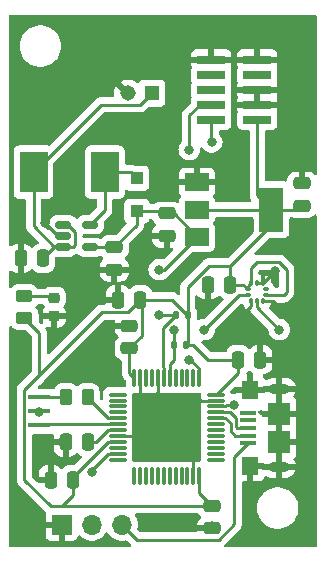
<source format=gtl>
%TF.GenerationSoftware,KiCad,Pcbnew,7.0.2*%
%TF.CreationDate,2023-06-29T20:21:03-04:00*%
%TF.ProjectId,skydiving-altimeter,736b7964-6976-4696-9e67-2d616c74696d,rev?*%
%TF.SameCoordinates,Original*%
%TF.FileFunction,Copper,L1,Top*%
%TF.FilePolarity,Positive*%
%FSLAX46Y46*%
G04 Gerber Fmt 4.6, Leading zero omitted, Abs format (unit mm)*
G04 Created by KiCad (PCBNEW 7.0.2) date 2023-06-29 20:21:03*
%MOMM*%
%LPD*%
G01*
G04 APERTURE LIST*
G04 Aperture macros list*
%AMRoundRect*
0 Rectangle with rounded corners*
0 $1 Rounding radius*
0 $2 $3 $4 $5 $6 $7 $8 $9 X,Y pos of 4 corners*
0 Add a 4 corners polygon primitive as box body*
4,1,4,$2,$3,$4,$5,$6,$7,$8,$9,$2,$3,0*
0 Add four circle primitives for the rounded corners*
1,1,$1+$1,$2,$3*
1,1,$1+$1,$4,$5*
1,1,$1+$1,$6,$7*
1,1,$1+$1,$8,$9*
0 Add four rect primitives between the rounded corners*
20,1,$1+$1,$2,$3,$4,$5,0*
20,1,$1+$1,$4,$5,$6,$7,0*
20,1,$1+$1,$6,$7,$8,$9,0*
20,1,$1+$1,$8,$9,$2,$3,0*%
G04 Aperture macros list end*
%TA.AperFunction,SMDPad,CuDef*%
%ADD10RoundRect,0.087500X-0.125000X-0.087500X0.125000X-0.087500X0.125000X0.087500X-0.125000X0.087500X0*%
%TD*%
%TA.AperFunction,SMDPad,CuDef*%
%ADD11RoundRect,0.087500X-0.087500X-0.125000X0.087500X-0.125000X0.087500X0.125000X-0.087500X0.125000X0*%
%TD*%
%TA.AperFunction,SMDPad,CuDef*%
%ADD12RoundRect,0.250000X-0.475000X0.250000X-0.475000X-0.250000X0.475000X-0.250000X0.475000X0.250000X0*%
%TD*%
%TA.AperFunction,ComponentPad*%
%ADD13R,1.700000X1.700000*%
%TD*%
%TA.AperFunction,ComponentPad*%
%ADD14O,1.700000X1.700000*%
%TD*%
%TA.AperFunction,SMDPad,CuDef*%
%ADD15RoundRect,0.150000X-0.512500X-0.150000X0.512500X-0.150000X0.512500X0.150000X-0.512500X0.150000X0*%
%TD*%
%TA.AperFunction,SMDPad,CuDef*%
%ADD16RoundRect,0.250000X0.250000X0.475000X-0.250000X0.475000X-0.250000X-0.475000X0.250000X-0.475000X0*%
%TD*%
%TA.AperFunction,SMDPad,CuDef*%
%ADD17RoundRect,0.250000X0.450000X-0.262500X0.450000X0.262500X-0.450000X0.262500X-0.450000X-0.262500X0*%
%TD*%
%TA.AperFunction,SMDPad,CuDef*%
%ADD18RoundRect,0.250000X-0.250000X-0.475000X0.250000X-0.475000X0.250000X0.475000X-0.250000X0.475000X0*%
%TD*%
%TA.AperFunction,SMDPad,CuDef*%
%ADD19RoundRect,0.135000X-0.135000X-0.185000X0.135000X-0.185000X0.135000X0.185000X-0.135000X0.185000X0*%
%TD*%
%TA.AperFunction,SMDPad,CuDef*%
%ADD20RoundRect,0.250000X0.262500X0.450000X-0.262500X0.450000X-0.262500X-0.450000X0.262500X-0.450000X0*%
%TD*%
%TA.AperFunction,SMDPad,CuDef*%
%ADD21RoundRect,0.218750X0.256250X-0.218750X0.256250X0.218750X-0.256250X0.218750X-0.256250X-0.218750X0*%
%TD*%
%TA.AperFunction,ComponentPad*%
%ADD22R,1.308000X1.308000*%
%TD*%
%TA.AperFunction,ComponentPad*%
%ADD23C,1.308000*%
%TD*%
%TA.AperFunction,SMDPad,CuDef*%
%ADD24R,2.350000X3.500000*%
%TD*%
%TA.AperFunction,SMDPad,CuDef*%
%ADD25RoundRect,0.075000X-0.662500X-0.075000X0.662500X-0.075000X0.662500X0.075000X-0.662500X0.075000X0*%
%TD*%
%TA.AperFunction,SMDPad,CuDef*%
%ADD26RoundRect,0.075000X-0.075000X-0.662500X0.075000X-0.662500X0.075000X0.662500X-0.075000X0.662500X0*%
%TD*%
%TA.AperFunction,SMDPad,CuDef*%
%ADD27R,1.350000X0.400000*%
%TD*%
%TA.AperFunction,SMDPad,CuDef*%
%ADD28R,1.400000X1.600000*%
%TD*%
%TA.AperFunction,SMDPad,CuDef*%
%ADD29R,1.900000X1.900000*%
%TD*%
%TA.AperFunction,ComponentPad*%
%ADD30O,1.800000X0.900000*%
%TD*%
%TA.AperFunction,SMDPad,CuDef*%
%ADD31R,2.400000X0.740000*%
%TD*%
%TA.AperFunction,SMDPad,CuDef*%
%ADD32R,1.100000X1.100000*%
%TD*%
%TA.AperFunction,SMDPad,CuDef*%
%ADD33R,2.000000X1.500000*%
%TD*%
%TA.AperFunction,SMDPad,CuDef*%
%ADD34R,2.000000X3.800000*%
%TD*%
%TA.AperFunction,SMDPad,CuDef*%
%ADD35RoundRect,0.250000X0.475000X-0.250000X0.475000X0.250000X-0.475000X0.250000X-0.475000X-0.250000X0*%
%TD*%
%TA.AperFunction,SMDPad,CuDef*%
%ADD36R,1.900000X0.400000*%
%TD*%
%TA.AperFunction,ViaPad*%
%ADD37C,0.800000*%
%TD*%
%TA.AperFunction,Conductor*%
%ADD38C,0.250000*%
%TD*%
G04 APERTURE END LIST*
D10*
%TO.P,U2,1,Vdd_IO*%
%TO.N,+3V3*%
X124967500Y-101350000D03*
%TO.P,U2,2,SCL*%
%TO.N,/Baro Sensor/SCL*%
X124967500Y-101850000D03*
D11*
%TO.P,U2,3,RES*%
%TO.N,GND*%
X125230000Y-102362500D03*
%TO.P,U2,4,SDA*%
%TO.N,/Baro Sensor/SDA*%
X125730000Y-102362500D03*
%TO.P,U2,5,SA0*%
%TO.N,GND*%
X126230000Y-102362500D03*
D10*
%TO.P,U2,6,~{CS}*%
%TO.N,+3V3*%
X126492500Y-101850000D03*
%TO.P,U2,7,INT_DRDY*%
%TO.N,unconnected-(U2-INT_DRDY-Pad7)*%
X126492500Y-101350000D03*
D11*
%TO.P,U2,8,GND*%
%TO.N,GND*%
X126230000Y-100837500D03*
%TO.P,U2,9,GND*%
X125730000Y-100837500D03*
%TO.P,U2,10,VDD*%
%TO.N,+3V3*%
X125230000Y-100837500D03*
%TD*%
D12*
%TO.P,C16,1*%
%TO.N,GND*%
X129540000Y-92395000D03*
%TO.P,C16,2*%
%TO.N,+3V3*%
X129540000Y-94295000D03*
%TD*%
D13*
%TO.P,J3,1,Pin_1*%
%TO.N,GND*%
X109220000Y-121285000D03*
D14*
%TO.P,J3,2,Pin_2*%
%TO.N,/LED_DI*%
X111760000Y-121285000D03*
%TO.P,J3,3,Pin_3*%
%TO.N,+5V*%
X114300000Y-121285000D03*
%TD*%
D15*
%TO.P,U4,1,CE*%
%TO.N,/Power/VIN*%
X109352500Y-95890000D03*
%TO.P,U4,2,GND*%
%TO.N,GND*%
X109352500Y-96840000D03*
%TO.P,U4,3,VIN*%
%TO.N,/Power/VIN*%
X109352500Y-97790000D03*
%TO.P,U4,4,VOUT*%
%TO.N,+5V*%
X111627500Y-97790000D03*
%TO.P,U4,5,LX*%
%TO.N,Net-(D6-A)*%
X111627500Y-95890000D03*
%TD*%
D16*
%TO.P,C4,1*%
%TO.N,GND*%
X126045000Y-107315000D03*
%TO.P,C4,2*%
%TO.N,+3V3*%
X124145000Y-107315000D03*
%TD*%
D17*
%TO.P,R3,1*%
%TO.N,+3V3*%
X106045000Y-103782500D03*
%TO.P,R3,2*%
%TO.N,Net-(D1-A)*%
X106045000Y-101957500D03*
%TD*%
D18*
%TO.P,C1,1*%
%TO.N,GND*%
X113985000Y-102235000D03*
%TO.P,C1,2*%
%TO.N,+3V3*%
X115885000Y-102235000D03*
%TD*%
D19*
%TO.P,R1,1*%
%TO.N,/Baro Sensor/SCL*%
X118745000Y-106045000D03*
%TO.P,R1,2*%
%TO.N,+3V3*%
X119765000Y-106045000D03*
%TD*%
D12*
%TO.P,C14,1*%
%TO.N,+5V*%
X113665000Y-97795000D03*
%TO.P,C14,2*%
%TO.N,GND*%
X113665000Y-99695000D03*
%TD*%
D19*
%TO.P,R2,1*%
%TO.N,/Baro Sensor/SDA*%
X118870000Y-103505000D03*
%TO.P,R2,2*%
%TO.N,+3V3*%
X119890000Y-103505000D03*
%TD*%
D20*
%TO.P,R4,1*%
%TO.N,Net-(U1-PD0)*%
X111402500Y-110490000D03*
%TO.P,R4,2*%
%TO.N,Net-(R4-Pad2)*%
X109577500Y-110490000D03*
%TD*%
D16*
%TO.P,C2,1*%
%TO.N,Net-(U1-NRST)*%
X111440000Y-114300000D03*
%TO.P,C2,2*%
%TO.N,GND*%
X109540000Y-114300000D03*
%TD*%
D21*
%TO.P,D1,1,K*%
%TO.N,GND*%
X108585000Y-103657500D03*
%TO.P,D1,2,A*%
%TO.N,Net-(D1-A)*%
X108585000Y-102082500D03*
%TD*%
D22*
%TO.P,J2,1,Pin_1*%
%TO.N,/Power/VIN*%
X116824000Y-84762500D03*
D23*
%TO.P,J2,2,Pin_2*%
%TO.N,GND*%
X114824000Y-84762500D03*
%TD*%
D16*
%TO.P,C13,1*%
%TO.N,/Power/VIN*%
X107630000Y-98745000D03*
%TO.P,C13,2*%
%TO.N,GND*%
X105730000Y-98745000D03*
%TD*%
D18*
%TO.P,C6,1*%
%TO.N,GND*%
X108270000Y-117475000D03*
%TO.P,C6,2*%
%TO.N,+3V3*%
X110170000Y-117475000D03*
%TD*%
D24*
%TO.P,L1,1,1*%
%TO.N,/Power/VIN*%
X106830000Y-91440000D03*
%TO.P,L1,2,2*%
%TO.N,Net-(D6-A)*%
X112880000Y-91440000D03*
%TD*%
D12*
%TO.P,C15,1*%
%TO.N,+5V*%
X118110000Y-94935000D03*
%TO.P,C15,2*%
%TO.N,GND*%
X118110000Y-96835000D03*
%TD*%
%TO.P,C5,1*%
%TO.N,GND*%
X114935000Y-104460000D03*
%TO.P,C5,2*%
%TO.N,+3V3*%
X114935000Y-106360000D03*
%TD*%
D25*
%TO.P,U1,1,VBAT*%
%TO.N,unconnected-(U1-VBAT-Pad1)*%
X113947500Y-110280000D03*
%TO.P,U1,2,PC13*%
%TO.N,unconnected-(U1-PC13-Pad2)*%
X113947500Y-110780000D03*
%TO.P,U1,3,PC14*%
%TO.N,unconnected-(U1-PC14-Pad3)*%
X113947500Y-111280000D03*
%TO.P,U1,4,PC15*%
%TO.N,unconnected-(U1-PC15-Pad4)*%
X113947500Y-111780000D03*
%TO.P,U1,5,PD0*%
%TO.N,Net-(U1-PD0)*%
X113947500Y-112280000D03*
%TO.P,U1,6,PD1*%
%TO.N,Net-(U1-PD1)*%
X113947500Y-112780000D03*
%TO.P,U1,7,NRST*%
%TO.N,Net-(U1-NRST)*%
X113947500Y-113280000D03*
%TO.P,U1,8,VSSA*%
%TO.N,GND*%
X113947500Y-113780000D03*
%TO.P,U1,9,VDDA*%
%TO.N,+3V3*%
X113947500Y-114280000D03*
%TO.P,U1,10,PA0*%
%TO.N,unconnected-(U1-PA0-Pad10)*%
X113947500Y-114780000D03*
%TO.P,U1,11,PA1*%
%TO.N,/LED_DI*%
X113947500Y-115280000D03*
%TO.P,U1,12,PA2*%
%TO.N,unconnected-(U1-PA2-Pad12)*%
X113947500Y-115780000D03*
D26*
%TO.P,U1,13,PA3*%
%TO.N,unconnected-(U1-PA3-Pad13)*%
X115360000Y-117192500D03*
%TO.P,U1,14,PA4*%
%TO.N,unconnected-(U1-PA4-Pad14)*%
X115860000Y-117192500D03*
%TO.P,U1,15,PA5*%
%TO.N,unconnected-(U1-PA5-Pad15)*%
X116360000Y-117192500D03*
%TO.P,U1,16,PA6*%
%TO.N,unconnected-(U1-PA6-Pad16)*%
X116860000Y-117192500D03*
%TO.P,U1,17,PA7*%
%TO.N,unconnected-(U1-PA7-Pad17)*%
X117360000Y-117192500D03*
%TO.P,U1,18,PB0*%
%TO.N,unconnected-(U1-PB0-Pad18)*%
X117860000Y-117192500D03*
%TO.P,U1,19,PB1*%
%TO.N,unconnected-(U1-PB1-Pad19)*%
X118360000Y-117192500D03*
%TO.P,U1,20,PB2*%
%TO.N,unconnected-(U1-PB2-Pad20)*%
X118860000Y-117192500D03*
%TO.P,U1,21,PB10*%
%TO.N,unconnected-(U1-PB10-Pad21)*%
X119360000Y-117192500D03*
%TO.P,U1,22,PB11*%
%TO.N,unconnected-(U1-PB11-Pad22)*%
X119860000Y-117192500D03*
%TO.P,U1,23,VSS*%
%TO.N,GND*%
X120360000Y-117192500D03*
%TO.P,U1,24,VDD*%
%TO.N,+3V3*%
X120860000Y-117192500D03*
D25*
%TO.P,U1,25,PB12*%
%TO.N,unconnected-(U1-PB12-Pad25)*%
X122272500Y-115780000D03*
%TO.P,U1,26,PB13*%
%TO.N,unconnected-(U1-PB13-Pad26)*%
X122272500Y-115280000D03*
%TO.P,U1,27,PB14*%
%TO.N,unconnected-(U1-PB14-Pad27)*%
X122272500Y-114780000D03*
%TO.P,U1,28,PB15*%
%TO.N,unconnected-(U1-PB15-Pad28)*%
X122272500Y-114280000D03*
%TO.P,U1,29,PA8*%
%TO.N,unconnected-(U1-PA8-Pad29)*%
X122272500Y-113780000D03*
%TO.P,U1,30,PA9*%
%TO.N,unconnected-(U1-PA9-Pad30)*%
X122272500Y-113280000D03*
%TO.P,U1,31,PA10*%
%TO.N,unconnected-(U1-PA10-Pad31)*%
X122272500Y-112780000D03*
%TO.P,U1,32,PA11*%
%TO.N,Net-(J4-D-)*%
X122272500Y-112280000D03*
%TO.P,U1,33,PA12*%
%TO.N,Net-(J4-D+)*%
X122272500Y-111780000D03*
%TO.P,U1,34,PA13*%
%TO.N,/STM_32/SWDIO*%
X122272500Y-111280000D03*
%TO.P,U1,35,VSS*%
%TO.N,GND*%
X122272500Y-110780000D03*
%TO.P,U1,36,VDD*%
%TO.N,+3V3*%
X122272500Y-110280000D03*
D26*
%TO.P,U1,37,PA14*%
%TO.N,/STM_32/SWCLK*%
X120860000Y-108867500D03*
%TO.P,U1,38,PA15*%
%TO.N,unconnected-(U1-PA15-Pad38)*%
X120360000Y-108867500D03*
%TO.P,U1,39,PB3*%
%TO.N,unconnected-(U1-PB3-Pad39)*%
X119860000Y-108867500D03*
%TO.P,U1,40,PB4*%
%TO.N,unconnected-(U1-PB4-Pad40)*%
X119360000Y-108867500D03*
%TO.P,U1,41,PB5*%
%TO.N,unconnected-(U1-PB5-Pad41)*%
X118860000Y-108867500D03*
%TO.P,U1,42,PB6*%
%TO.N,/Baro Sensor/SCL*%
X118360000Y-108867500D03*
%TO.P,U1,43,PB7*%
%TO.N,/Baro Sensor/SDA*%
X117860000Y-108867500D03*
%TO.P,U1,44,BOOT0*%
%TO.N,GND*%
X117360000Y-108867500D03*
%TO.P,U1,45,PB8*%
%TO.N,unconnected-(U1-PB8-Pad45)*%
X116860000Y-108867500D03*
%TO.P,U1,46,PB9*%
%TO.N,unconnected-(U1-PB9-Pad46)*%
X116360000Y-108867500D03*
%TO.P,U1,47,VSS*%
%TO.N,GND*%
X115860000Y-108867500D03*
%TO.P,U1,48,VDD*%
%TO.N,+3V3*%
X115360000Y-108867500D03*
%TD*%
D27*
%TO.P,J4,1,VUSB*%
%TO.N,+5V*%
X124960000Y-114400000D03*
%TO.P,J4,2,D-*%
%TO.N,Net-(J4-D-)*%
X124960000Y-113750000D03*
%TO.P,J4,3,D+*%
%TO.N,Net-(J4-D+)*%
X124960000Y-113100000D03*
%TO.P,J4,4,ID*%
%TO.N,unconnected-(J4-ID-Pad4)*%
X124960000Y-112450000D03*
%TO.P,J4,5,GND*%
%TO.N,GND*%
X124960000Y-111800000D03*
D28*
%TO.P,J4,S1,SHIELD*%
X125185000Y-116300000D03*
%TO.P,J4,S2,SHIELD*%
X125185000Y-109900000D03*
D29*
%TO.P,J4,S3,SHIELD*%
X127635000Y-111900000D03*
%TO.P,J4,S4,SHIELD*%
X127635000Y-114300000D03*
D30*
%TO.P,J4,S5,SHIELD*%
X127635000Y-116400000D03*
%TO.P,J4,S6,SHIELD*%
X127635000Y-109800000D03*
%TD*%
D31*
%TO.P,J1,1,VTref*%
%TO.N,+3V3*%
X125775000Y-86995000D03*
%TO.P,J1,2,SWDIO/TMS*%
%TO.N,/STM_32/SWDIO*%
X121875000Y-86995000D03*
%TO.P,J1,3,GND*%
%TO.N,GND*%
X125775000Y-85725000D03*
%TO.P,J1,4,SWDCLK/TCK*%
%TO.N,/STM_32/SWCLK*%
X121875000Y-85725000D03*
%TO.P,J1,5,GND*%
%TO.N,GND*%
X125775000Y-84455000D03*
%TO.P,J1,6,SWO/TDO*%
%TO.N,unconnected-(J1-SWO{slash}TDO-Pad6)*%
X121875000Y-84455000D03*
%TO.P,J1,7,KEY*%
%TO.N,unconnected-(J1-KEY-Pad7)*%
X125775000Y-83185000D03*
%TO.P,J1,8,NC/TDI*%
%TO.N,unconnected-(J1-NC{slash}TDI-Pad8)*%
X121875000Y-83185000D03*
%TO.P,J1,9,GNDDetect*%
%TO.N,GND*%
X125775000Y-81915000D03*
%TO.P,J1,10,~{RESET}*%
X121875000Y-81915000D03*
%TD*%
D32*
%TO.P,D6,1,K*%
%TO.N,+5V*%
X115570000Y-94745000D03*
%TO.P,D6,2,A*%
%TO.N,Net-(D6-A)*%
X115570000Y-91945000D03*
%TD*%
D33*
%TO.P,U5,1,GND*%
%TO.N,GND*%
X120675000Y-92315000D03*
%TO.P,U5,2,VOUT*%
%TO.N,+3V3*%
X120675000Y-94615000D03*
%TO.P,U5,3,VIN*%
%TO.N,+5V*%
X120675000Y-96915000D03*
D34*
%TO.P,U5,4,VOUT*%
%TO.N,+3V3*%
X126975000Y-94615000D03*
%TD*%
D35*
%TO.P,C3,1*%
%TO.N,GND*%
X121920000Y-121600000D03*
%TO.P,C3,2*%
%TO.N,+3V3*%
X121920000Y-119700000D03*
%TD*%
D16*
%TO.P,C7,1*%
%TO.N,+3V3*%
X123505000Y-100965000D03*
%TO.P,C7,2*%
%TO.N,GND*%
X121605000Y-100965000D03*
%TD*%
D36*
%TO.P,Y1,1,1*%
%TO.N,Net-(R4-Pad2)*%
X107315000Y-110490000D03*
%TO.P,Y1,2,2*%
%TO.N,GND*%
X107315000Y-111690000D03*
%TO.P,Y1,3,3*%
%TO.N,Net-(U1-PD1)*%
X107315000Y-112890000D03*
%TD*%
D37*
%TO.N,GND*%
X117475000Y-111125000D03*
X120305000Y-110780000D03*
X107315000Y-111760000D03*
X107823000Y-95758000D03*
X127254000Y-99822000D03*
X120739500Y-92315000D03*
X116205000Y-111125000D03*
X116205000Y-113665000D03*
X109220000Y-114300000D03*
X121285000Y-102870000D03*
X120015000Y-114935000D03*
X121920000Y-121412000D03*
%TO.N,/STM_32/SWDIO*%
X123825000Y-111125000D03*
X121920000Y-88900000D03*
%TO.N,/STM_32/SWCLK*%
X120015000Y-107315000D03*
X120015000Y-89535000D03*
%TO.N,+5V*%
X117475000Y-99695000D03*
%TO.N,/LED_DI*%
X111760000Y-116840000D03*
%TO.N,/Baro Sensor/SCL*%
X121285000Y-104775000D03*
X118745000Y-104775000D03*
%TO.N,/Baro Sensor/SDA*%
X127635000Y-104775000D03*
X117475000Y-103505000D03*
%TD*%
D38*
%TO.N,GND*%
X120360000Y-115280000D02*
X120015000Y-114935000D01*
X126238500Y-100837500D02*
X127254000Y-99822000D01*
X122272500Y-110780000D02*
X120305000Y-110780000D01*
X125730000Y-100837500D02*
X126230000Y-100837500D01*
X115860000Y-110780000D02*
X116205000Y-111125000D01*
X108905000Y-96840000D02*
X107823000Y-95758000D01*
X117360000Y-111010000D02*
X117475000Y-111125000D01*
X125230000Y-102362500D02*
X125230000Y-102735000D01*
X117360000Y-108867500D02*
X117360000Y-111010000D01*
X120360000Y-117192500D02*
X120360000Y-115280000D01*
X126230000Y-100837500D02*
X126238500Y-100837500D01*
X115860000Y-108867500D02*
X115860000Y-110780000D01*
X125230000Y-102735000D02*
X124460000Y-103505000D01*
X127127500Y-102362500D02*
X127635000Y-102870000D01*
X116090000Y-113780000D02*
X116205000Y-113665000D01*
X126230000Y-102362500D02*
X127127500Y-102362500D01*
X113947500Y-113780000D02*
X116090000Y-113780000D01*
X109352500Y-96840000D02*
X108905000Y-96840000D01*
%TO.N,+3V3*%
X128270000Y-101600000D02*
X128270000Y-99695000D01*
X114935000Y-108442500D02*
X115360000Y-108867500D01*
X108270000Y-119700000D02*
X106045000Y-117475000D01*
X109220000Y-119700000D02*
X108270000Y-119700000D01*
X120860000Y-117192500D02*
X120860000Y-118640000D01*
X128270000Y-99695000D02*
X127635000Y-99060000D01*
X106045000Y-112395000D02*
X106045000Y-109855000D01*
X107315000Y-108585000D02*
X112615480Y-103284520D01*
X119765000Y-106045000D02*
X120335000Y-106045000D01*
X115885000Y-102235000D02*
X115984520Y-102334520D01*
X120335000Y-106045000D02*
X121605000Y-107315000D01*
X115984520Y-102334520D02*
X115984520Y-105310480D01*
X121651827Y-99380000D02*
X119890000Y-101141827D01*
X126975000Y-94615000D02*
X126975000Y-95910000D01*
X115984520Y-105310480D02*
X114935000Y-106360000D01*
X113947500Y-114280000D02*
X113144315Y-114280000D01*
X107315000Y-105052500D02*
X106045000Y-103782500D01*
X106045000Y-109855000D02*
X107315000Y-108585000D01*
X110170000Y-117475000D02*
X110170000Y-118750000D01*
X126492500Y-101850000D02*
X128020000Y-101850000D01*
X127635000Y-99060000D02*
X125730000Y-99060000D01*
X123505000Y-99380000D02*
X121651827Y-99380000D01*
X115885000Y-102235000D02*
X118569859Y-102235000D01*
X118569859Y-102235000D02*
X118657429Y-102322571D01*
X119890000Y-101141827D02*
X119890000Y-103505000D01*
X113144315Y-114280000D02*
X110170000Y-117254315D01*
X124582500Y-100965000D02*
X124967500Y-101350000D01*
X124145000Y-107315000D02*
X124145000Y-108407500D01*
X119839859Y-103505000D02*
X119890000Y-103505000D01*
X119890000Y-105920000D02*
X119765000Y-106045000D01*
X124967500Y-101350000D02*
X124967500Y-101100000D01*
X126975000Y-94615000D02*
X129220000Y-94615000D01*
X121605000Y-107315000D02*
X124145000Y-107315000D01*
X114935000Y-106360000D02*
X114935000Y-108442500D01*
X107315000Y-108585000D02*
X107315000Y-105052500D01*
X120860000Y-118640000D02*
X121920000Y-119700000D01*
X114835480Y-103284520D02*
X115885000Y-102235000D01*
X125730000Y-99060000D02*
X125230000Y-99560000D01*
X125775000Y-86995000D02*
X125775000Y-93415000D01*
X125775000Y-93415000D02*
X126975000Y-94615000D01*
X119890000Y-103505000D02*
X119890000Y-105920000D01*
X118657429Y-102322571D02*
X119839859Y-103505000D01*
X124967500Y-101100000D02*
X125230000Y-100837500D01*
X124145000Y-108407500D02*
X122272500Y-110280000D01*
X113927500Y-114300000D02*
X113947500Y-114280000D01*
X126975000Y-94615000D02*
X120675000Y-94615000D01*
X123505000Y-100965000D02*
X124582500Y-100965000D01*
X112615480Y-103284520D02*
X114835480Y-103284520D01*
X126975000Y-95910000D02*
X123505000Y-99380000D01*
X128020000Y-101850000D02*
X128270000Y-101600000D01*
X129220000Y-94615000D02*
X129540000Y-94295000D01*
X123505000Y-99380000D02*
X123505000Y-100965000D01*
X121920000Y-119700000D02*
X109220000Y-119700000D01*
X110170000Y-118750000D02*
X109220000Y-119700000D01*
X110170000Y-117254315D02*
X110170000Y-117475000D01*
X125230000Y-99560000D02*
X125230000Y-100837500D01*
X106045000Y-117475000D02*
X106045000Y-112395000D01*
%TO.N,Net-(U1-NRST)*%
X111440000Y-114300000D02*
X112124315Y-114300000D01*
X112124315Y-114300000D02*
X113144315Y-113280000D01*
X113144315Y-113280000D02*
X113947500Y-113280000D01*
%TO.N,/STM_32/SWDIO*%
X121875000Y-88855000D02*
X121920000Y-88900000D01*
X123075006Y-111280000D02*
X122272500Y-111280000D01*
X121875000Y-86995000D02*
X121875000Y-88855000D01*
X123825000Y-111125000D02*
X123230006Y-111125000D01*
X123230006Y-111125000D02*
X123075006Y-111280000D01*
%TO.N,/STM_32/SWCLK*%
X121875000Y-85725000D02*
X120925978Y-85725000D01*
X120110006Y-107315000D02*
X120860000Y-108064994D01*
X120015000Y-86635978D02*
X120015000Y-89535000D01*
X120015000Y-107315000D02*
X120110006Y-107315000D01*
X120860000Y-108064994D02*
X120860000Y-108867500D01*
X120925978Y-85725000D02*
X120015000Y-86635978D01*
%TO.N,Net-(D1-A)*%
X108460000Y-101957500D02*
X108585000Y-102082500D01*
X106045000Y-101957500D02*
X108460000Y-101957500D01*
%TO.N,Net-(D6-A)*%
X115065000Y-91440000D02*
X115570000Y-91945000D01*
X112880000Y-91440000D02*
X112880000Y-94637500D01*
X112880000Y-91440000D02*
X115065000Y-91440000D01*
X112880000Y-94637500D02*
X111627500Y-95890000D01*
%TO.N,Net-(U1-PD0)*%
X111402500Y-110490000D02*
X111402500Y-110538185D01*
X113144315Y-112280000D02*
X113947500Y-112280000D01*
X111402500Y-110538185D02*
X113144315Y-112280000D01*
%TO.N,Net-(R4-Pad2)*%
X109577500Y-110490000D02*
X107315000Y-110490000D01*
%TO.N,+5V*%
X123839315Y-121218858D02*
X122503173Y-122555000D01*
X118695000Y-94935000D02*
X120675000Y-96915000D01*
X113665000Y-97795000D02*
X115570000Y-95890000D01*
X113660000Y-97790000D02*
X113665000Y-97795000D01*
X118110000Y-94935000D02*
X118695000Y-94935000D01*
X115570000Y-122555000D02*
X114300000Y-121285000D01*
X123839315Y-115520685D02*
X123839315Y-121218858D01*
X111627500Y-97790000D02*
X113660000Y-97790000D01*
X117920000Y-94745000D02*
X118110000Y-94935000D01*
X120675000Y-96915000D02*
X117895000Y-99695000D01*
X115570000Y-95890000D02*
X115570000Y-94745000D01*
X117895000Y-99695000D02*
X117475000Y-99695000D01*
X124960000Y-114400000D02*
X123839315Y-115520685D01*
X115570000Y-94745000D02*
X117920000Y-94745000D01*
X122503173Y-122555000D02*
X115570000Y-122555000D01*
%TO.N,/LED_DI*%
X113947500Y-115280000D02*
X113144994Y-115280000D01*
X111760000Y-116664994D02*
X111760000Y-116840000D01*
X113144994Y-115280000D02*
X111760000Y-116664994D01*
%TO.N,/Baro Sensor/SCL*%
X124210000Y-101850000D02*
X121285000Y-104775000D01*
X118745000Y-107315000D02*
X118360000Y-107700000D01*
X118745000Y-104775000D02*
X118745000Y-106045000D01*
X118745000Y-106045000D02*
X118745000Y-107315000D01*
X118360000Y-107700000D02*
X118360000Y-108867500D01*
X124967500Y-101850000D02*
X124210000Y-101850000D01*
%TO.N,/Baro Sensor/SDA*%
X125730000Y-102870000D02*
X125730000Y-102362500D01*
X118870000Y-103505000D02*
X117759511Y-104615489D01*
X117860000Y-108064994D02*
X117860000Y-108867500D01*
X117475000Y-103505000D02*
X118870000Y-103505000D01*
X117759511Y-104615489D02*
X117759511Y-107964505D01*
X127635000Y-104775000D02*
X125730000Y-102870000D01*
X117759511Y-107964505D02*
X117860000Y-108064994D01*
%TO.N,/Power/VIN*%
X115845489Y-85741011D02*
X112528989Y-85741011D01*
X112528989Y-85741011D02*
X106830000Y-91440000D01*
X116824000Y-84762500D02*
X115845489Y-85741011D01*
X109352500Y-95890000D02*
X109736072Y-95890000D01*
X109736072Y-95890000D02*
X110339520Y-96493448D01*
X106830000Y-96035000D02*
X108585000Y-97790000D01*
X110175000Y-97790000D02*
X109352500Y-97790000D01*
X106830000Y-91440000D02*
X106830000Y-96035000D01*
X109352500Y-97790000D02*
X108585000Y-97790000D01*
X110339520Y-96493448D02*
X110339520Y-97625480D01*
X108585000Y-97790000D02*
X107630000Y-98745000D01*
X110339520Y-97625480D02*
X110175000Y-97790000D01*
%TO.N,Net-(J4-D-)*%
X123510000Y-113350000D02*
X123910000Y-113750000D01*
X123510000Y-112715000D02*
X123510000Y-113350000D01*
X122272500Y-112280000D02*
X123075000Y-112280000D01*
X123910000Y-113750000D02*
X124960000Y-113750000D01*
X123075000Y-112280000D02*
X123510000Y-112715000D01*
%TO.N,Net-(J4-D+)*%
X124035000Y-113100000D02*
X124960000Y-113100000D01*
X123960000Y-112285305D02*
X123960000Y-113025000D01*
X123454695Y-111780000D02*
X123960000Y-112285305D01*
X122272500Y-111780000D02*
X123454695Y-111780000D01*
X123960000Y-113025000D02*
X124035000Y-113100000D01*
%TO.N,Net-(U1-PD1)*%
X113947500Y-112780000D02*
X107425000Y-112780000D01*
X107425000Y-112780000D02*
X107315000Y-112890000D01*
%TD*%
%TA.AperFunction,Conductor*%
%TO.N,GND*%
G36*
X104983511Y-104506648D02*
G01*
X104990094Y-104512777D01*
X105121344Y-104644027D01*
X105121346Y-104644028D01*
X105121348Y-104644030D01*
X105272262Y-104737115D01*
X105440574Y-104792887D01*
X105507319Y-104799706D01*
X105541253Y-104803173D01*
X105541255Y-104803173D01*
X105544455Y-104803500D01*
X106117904Y-104803499D01*
X106186025Y-104823501D01*
X106206999Y-104840404D01*
X106644594Y-105277999D01*
X106678620Y-105340311D01*
X106681499Y-105367094D01*
X106681500Y-108270403D01*
X106661498Y-108338524D01*
X106644595Y-108359498D01*
X105656336Y-109347757D01*
X105640016Y-109360833D01*
X105591370Y-109412635D01*
X105588621Y-109415472D01*
X105571667Y-109432427D01*
X105571660Y-109432434D01*
X105568865Y-109435230D01*
X105566442Y-109438352D01*
X105566426Y-109438371D01*
X105566365Y-109438451D01*
X105558689Y-109447436D01*
X105528414Y-109479677D01*
X105518652Y-109497434D01*
X105507801Y-109513952D01*
X105495385Y-109529959D01*
X105477824Y-109570539D01*
X105472604Y-109581195D01*
X105451304Y-109619940D01*
X105446267Y-109639559D01*
X105439864Y-109658261D01*
X105431818Y-109676855D01*
X105424901Y-109720524D01*
X105422495Y-109732144D01*
X105411500Y-109774969D01*
X105411500Y-109795223D01*
X105409949Y-109814933D01*
X105406779Y-109834942D01*
X105410941Y-109878961D01*
X105411500Y-109890819D01*
X105411500Y-117391147D01*
X105409204Y-117411935D01*
X105411438Y-117482984D01*
X105411500Y-117486943D01*
X105411500Y-117514856D01*
X105411995Y-117518774D01*
X105411997Y-117518806D01*
X105412008Y-117518888D01*
X105412937Y-117530697D01*
X105414326Y-117574892D01*
X105419977Y-117594341D01*
X105423986Y-117613696D01*
X105426525Y-117633794D01*
X105426525Y-117633796D01*
X105426526Y-117633797D01*
X105441303Y-117671121D01*
X105442801Y-117674903D01*
X105446644Y-117686130D01*
X105458980Y-117728590D01*
X105469294Y-117746030D01*
X105477987Y-117763774D01*
X105480294Y-117769600D01*
X105485449Y-117782619D01*
X105511431Y-117818380D01*
X105517948Y-117828301D01*
X105540458Y-117866363D01*
X105554778Y-117880683D01*
X105567618Y-117895716D01*
X105579526Y-117912105D01*
X105613598Y-117940292D01*
X105622378Y-117948282D01*
X107762751Y-120088655D01*
X107775835Y-120104985D01*
X107827666Y-120153657D01*
X107830509Y-120156413D01*
X107846968Y-120172872D01*
X107880994Y-120235184D01*
X107875930Y-120305995D01*
X107868505Y-120325902D01*
X107862359Y-120383063D01*
X107862000Y-120389777D01*
X107862000Y-121031000D01*
X108788884Y-121031000D01*
X108760507Y-121075156D01*
X108720000Y-121213111D01*
X108720000Y-121356889D01*
X108760507Y-121494844D01*
X108788884Y-121539000D01*
X107862000Y-121539000D01*
X107862000Y-122180222D01*
X107862359Y-122186936D01*
X107868505Y-122244093D01*
X107919554Y-122380962D01*
X108007095Y-122497904D01*
X108124037Y-122585445D01*
X108260906Y-122636494D01*
X108318063Y-122642640D01*
X108324777Y-122643000D01*
X108966000Y-122643000D01*
X108966000Y-121718674D01*
X109077685Y-121769680D01*
X109184237Y-121785000D01*
X109255763Y-121785000D01*
X109362315Y-121769680D01*
X109474000Y-121718674D01*
X109474000Y-122643000D01*
X110115223Y-122643000D01*
X110121936Y-122642640D01*
X110179093Y-122636494D01*
X110315962Y-122585445D01*
X110432904Y-122497904D01*
X110520445Y-122380962D01*
X110564618Y-122262530D01*
X110607164Y-122205694D01*
X110673685Y-122180883D01*
X110743059Y-122195974D01*
X110775372Y-122221222D01*
X110796427Y-122244093D01*
X110836762Y-122287908D01*
X110956317Y-122380962D01*
X111014424Y-122426189D01*
X111212426Y-122533342D01*
X111425365Y-122606444D01*
X111647431Y-122643500D01*
X111647434Y-122643500D01*
X111872566Y-122643500D01*
X111872569Y-122643500D01*
X112094635Y-122606444D01*
X112307574Y-122533342D01*
X112505576Y-122426189D01*
X112683240Y-122287906D01*
X112835722Y-122122268D01*
X112924518Y-121986354D01*
X112978521Y-121940268D01*
X113048869Y-121930693D01*
X113113226Y-121960670D01*
X113135480Y-121986353D01*
X113224277Y-122122267D01*
X113224278Y-122122268D01*
X113376762Y-122287908D01*
X113496317Y-122380962D01*
X113554424Y-122426189D01*
X113752426Y-122533342D01*
X113965365Y-122606444D01*
X114187431Y-122643500D01*
X114187434Y-122643500D01*
X114412566Y-122643500D01*
X114412569Y-122643500D01*
X114634635Y-122606444D01*
X114634637Y-122606443D01*
X114644934Y-122604725D01*
X114645473Y-122607960D01*
X114698822Y-122605545D01*
X114757924Y-122638828D01*
X115062751Y-122943655D01*
X115075834Y-122959984D01*
X115088255Y-122971648D01*
X115124222Y-123032860D01*
X115121385Y-123103800D01*
X115080646Y-123161945D01*
X115014939Y-123188834D01*
X115002004Y-123189500D01*
X104901000Y-123189500D01*
X104832879Y-123169498D01*
X104786386Y-123115842D01*
X104775000Y-123063500D01*
X104775000Y-113856704D01*
X104774999Y-104601868D01*
X104795001Y-104533751D01*
X104848657Y-104487258D01*
X104918931Y-104477154D01*
X104983511Y-104506648D01*
G37*
%TD.AperFunction*%
%TA.AperFunction,Conductor*%
G36*
X130751621Y-78135502D02*
G01*
X130798114Y-78189158D01*
X130809500Y-78241500D01*
X130809499Y-91563335D01*
X130789497Y-91631456D01*
X130735841Y-91677949D01*
X130665567Y-91688053D01*
X130600987Y-91658559D01*
X130594403Y-91652430D01*
X130488339Y-91546365D01*
X130337522Y-91453340D01*
X130169327Y-91397606D01*
X130068692Y-91387325D01*
X130062303Y-91387000D01*
X129794000Y-91387000D01*
X129794000Y-92523000D01*
X129773998Y-92591121D01*
X129720342Y-92637614D01*
X129668000Y-92649000D01*
X129412000Y-92649000D01*
X129343879Y-92628998D01*
X129297386Y-92575342D01*
X129286000Y-92523000D01*
X129286000Y-91387000D01*
X129017697Y-91387000D01*
X129011307Y-91387325D01*
X128910672Y-91397606D01*
X128742477Y-91453340D01*
X128591657Y-91546367D01*
X128466367Y-91671657D01*
X128373340Y-91822477D01*
X128317606Y-91990672D01*
X128307325Y-92091307D01*
X128307000Y-92097697D01*
X128307000Y-92114636D01*
X128286998Y-92182757D01*
X128233342Y-92229250D01*
X128163068Y-92239354D01*
X128136968Y-92232692D01*
X128114580Y-92224341D01*
X128084201Y-92213011D01*
X128023638Y-92206500D01*
X128020269Y-92206500D01*
X126534500Y-92206500D01*
X126466379Y-92186498D01*
X126419886Y-92132842D01*
X126408500Y-92080500D01*
X126408500Y-87999500D01*
X126428502Y-87931379D01*
X126482158Y-87884886D01*
X126534500Y-87873500D01*
X127020269Y-87873500D01*
X127023638Y-87873500D01*
X127084201Y-87866989D01*
X127221204Y-87815889D01*
X127338261Y-87728261D01*
X127425889Y-87611204D01*
X127476989Y-87474201D01*
X127483500Y-87413638D01*
X127483500Y-86576362D01*
X127476989Y-86515799D01*
X127435033Y-86403313D01*
X127429969Y-86332501D01*
X127435035Y-86315251D01*
X127476494Y-86204095D01*
X127482640Y-86146936D01*
X127483000Y-86140222D01*
X127483000Y-85979000D01*
X124067000Y-85979000D01*
X124067000Y-86140222D01*
X124067359Y-86146936D01*
X124073505Y-86204093D01*
X124114965Y-86315252D01*
X124120029Y-86386068D01*
X124114965Y-86403316D01*
X124094631Y-86457833D01*
X124073011Y-86515799D01*
X124066500Y-86576362D01*
X124066500Y-87413638D01*
X124066860Y-87416986D01*
X124073011Y-87474200D01*
X124124111Y-87611205D01*
X124211738Y-87728261D01*
X124328794Y-87815888D01*
X124328795Y-87815888D01*
X124328796Y-87815889D01*
X124465799Y-87866989D01*
X124526362Y-87873500D01*
X125015500Y-87873500D01*
X125083621Y-87893502D01*
X125130114Y-87947158D01*
X125141500Y-87999500D01*
X125141500Y-93331147D01*
X125139204Y-93351935D01*
X125141438Y-93422984D01*
X125141500Y-93426943D01*
X125141500Y-93454856D01*
X125141995Y-93458774D01*
X125141997Y-93458806D01*
X125142008Y-93458888D01*
X125142937Y-93470697D01*
X125144326Y-93514892D01*
X125149977Y-93534341D01*
X125153986Y-93553696D01*
X125156525Y-93573794D01*
X125172801Y-93614903D01*
X125176644Y-93626130D01*
X125188980Y-93668590D01*
X125199294Y-93686030D01*
X125207987Y-93703774D01*
X125215448Y-93722617D01*
X125215449Y-93722619D01*
X125241431Y-93758380D01*
X125247947Y-93768298D01*
X125261585Y-93791359D01*
X125279046Y-93860173D01*
X125256531Y-93927505D01*
X125201188Y-93971976D01*
X125153133Y-93981500D01*
X122309500Y-93981500D01*
X122241379Y-93961498D01*
X122194886Y-93907842D01*
X122183500Y-93855500D01*
X122183500Y-93819730D01*
X122183500Y-93816362D01*
X122176989Y-93755799D01*
X122125889Y-93618796D01*
X122066971Y-93540091D01*
X122042161Y-93473572D01*
X122057252Y-93404198D01*
X122066972Y-93389074D01*
X122125445Y-93310962D01*
X122176494Y-93174093D01*
X122182640Y-93116936D01*
X122183000Y-93110222D01*
X122183000Y-92569000D01*
X119167000Y-92569000D01*
X119167000Y-93110222D01*
X119167359Y-93116936D01*
X119173505Y-93174093D01*
X119224553Y-93310960D01*
X119283028Y-93389072D01*
X119307839Y-93455592D01*
X119292748Y-93524967D01*
X119283028Y-93540091D01*
X119224111Y-93618794D01*
X119177370Y-93744111D01*
X119173011Y-93755799D01*
X119166500Y-93816362D01*
X119166499Y-93819712D01*
X119166499Y-93819731D01*
X119166499Y-93926734D01*
X119146496Y-93994855D01*
X119092840Y-94041347D01*
X119022566Y-94051450D01*
X118974355Y-94033975D01*
X118907738Y-93992885D01*
X118739426Y-93937113D01*
X118739423Y-93937112D01*
X118739421Y-93937112D01*
X118638746Y-93926826D01*
X118638725Y-93926824D01*
X118635545Y-93926500D01*
X118632339Y-93926500D01*
X117587661Y-93926500D01*
X117587641Y-93926500D01*
X117584456Y-93926501D01*
X117581279Y-93926825D01*
X117581270Y-93926826D01*
X117480573Y-93937113D01*
X117375362Y-93971976D01*
X117312262Y-93992885D01*
X117161626Y-94085799D01*
X117150371Y-94092741D01*
X117084224Y-94111500D01*
X116719058Y-94111500D01*
X116650937Y-94091498D01*
X116604444Y-94037842D01*
X116601002Y-94029532D01*
X116587333Y-93992885D01*
X116570889Y-93948796D01*
X116570888Y-93948794D01*
X116483261Y-93831738D01*
X116366205Y-93744111D01*
X116274444Y-93709886D01*
X116229201Y-93693011D01*
X116168638Y-93686500D01*
X114971362Y-93686500D01*
X114968013Y-93686859D01*
X114968013Y-93686860D01*
X114910799Y-93693011D01*
X114773794Y-93744111D01*
X114656738Y-93831738D01*
X114569111Y-93948794D01*
X114518011Y-94085798D01*
X114518011Y-94085799D01*
X114511500Y-94146362D01*
X114511500Y-95343638D01*
X114518011Y-95404201D01*
X114543561Y-95472702D01*
X114569111Y-95541205D01*
X114656737Y-95658260D01*
X114682786Y-95677760D01*
X114725332Y-95734596D01*
X114730396Y-95805412D01*
X114696371Y-95867723D01*
X114254324Y-96309770D01*
X113814498Y-96749596D01*
X113752186Y-96783621D01*
X113725403Y-96786500D01*
X113142661Y-96786500D01*
X113142641Y-96786500D01*
X113139456Y-96786501D01*
X113136279Y-96786825D01*
X113136270Y-96786826D01*
X113035573Y-96797113D01*
X112867262Y-96852885D01*
X112716346Y-96945971D01*
X112615893Y-97046424D01*
X112553581Y-97080449D01*
X112482765Y-97075383D01*
X112462659Y-97065782D01*
X112403601Y-97030855D01*
X112403600Y-97030854D01*
X112403599Y-97030854D01*
X112243832Y-96984438D01*
X112208958Y-96981693D01*
X112208950Y-96981692D01*
X112206502Y-96981500D01*
X111099020Y-96981500D01*
X111030899Y-96961498D01*
X110984406Y-96907842D01*
X110973020Y-96855500D01*
X110973020Y-96824500D01*
X110993022Y-96756379D01*
X111046678Y-96709886D01*
X111099020Y-96698500D01*
X112204033Y-96698500D01*
X112206502Y-96698500D01*
X112243831Y-96695562D01*
X112403601Y-96649145D01*
X112546807Y-96564453D01*
X112664453Y-96446807D01*
X112749145Y-96303601D01*
X112795562Y-96143831D01*
X112798500Y-96106502D01*
X112798500Y-95673498D01*
X112798392Y-95672128D01*
X112815669Y-95603424D01*
X112835159Y-95578243D01*
X113268658Y-95144744D01*
X113284979Y-95131670D01*
X113287014Y-95129502D01*
X113287018Y-95129500D01*
X113333676Y-95079812D01*
X113336368Y-95077034D01*
X113356134Y-95057270D01*
X113358601Y-95054088D01*
X113366308Y-95045062D01*
X113396586Y-95012821D01*
X113406343Y-94995070D01*
X113417199Y-94978543D01*
X113429613Y-94962541D01*
X113447172Y-94921961D01*
X113452392Y-94911309D01*
X113473694Y-94872561D01*
X113473695Y-94872560D01*
X113478732Y-94852939D01*
X113485138Y-94834230D01*
X113493181Y-94815645D01*
X113500096Y-94771976D01*
X113502496Y-94760381D01*
X113513500Y-94717530D01*
X113513500Y-94697269D01*
X113515051Y-94677558D01*
X113518219Y-94657555D01*
X113514059Y-94613545D01*
X113513500Y-94601688D01*
X113513500Y-93824500D01*
X113533502Y-93756379D01*
X113587158Y-93709886D01*
X113639500Y-93698500D01*
X114100269Y-93698500D01*
X114103638Y-93698500D01*
X114164201Y-93691989D01*
X114301204Y-93640889D01*
X114418261Y-93553261D01*
X114505889Y-93436204D01*
X114556989Y-93299201D01*
X114563500Y-93238638D01*
X114563499Y-93040180D01*
X114583502Y-92972059D01*
X114637158Y-92925566D01*
X114707432Y-92915462D01*
X114765009Y-92939312D01*
X114773794Y-92945888D01*
X114773795Y-92945888D01*
X114773796Y-92945889D01*
X114910799Y-92996989D01*
X114971362Y-93003500D01*
X114974731Y-93003500D01*
X116165269Y-93003500D01*
X116168638Y-93003500D01*
X116229201Y-92996989D01*
X116366204Y-92945889D01*
X116483261Y-92858261D01*
X116570889Y-92741204D01*
X116621989Y-92604201D01*
X116628500Y-92543638D01*
X116628500Y-92061000D01*
X119167000Y-92061000D01*
X120421000Y-92061000D01*
X120421000Y-91057000D01*
X120929000Y-91057000D01*
X120929000Y-92061000D01*
X122183000Y-92061000D01*
X122183000Y-91519777D01*
X122182640Y-91513063D01*
X122176494Y-91455906D01*
X122125445Y-91319037D01*
X122037904Y-91202095D01*
X121920962Y-91114554D01*
X121784093Y-91063505D01*
X121726936Y-91057359D01*
X121720223Y-91057000D01*
X120929000Y-91057000D01*
X120421000Y-91057000D01*
X119629777Y-91057000D01*
X119623063Y-91057359D01*
X119565906Y-91063505D01*
X119429037Y-91114554D01*
X119312095Y-91202095D01*
X119224554Y-91319037D01*
X119173505Y-91455906D01*
X119167359Y-91513063D01*
X119167000Y-91519777D01*
X119167000Y-92061000D01*
X116628500Y-92061000D01*
X116628500Y-91346362D01*
X116621989Y-91285799D01*
X116570889Y-91148796D01*
X116507041Y-91063505D01*
X116483261Y-91031738D01*
X116366205Y-90944111D01*
X116297702Y-90918561D01*
X116229201Y-90893011D01*
X116168638Y-90886500D01*
X116165269Y-90886500D01*
X115407155Y-90886500D01*
X115357113Y-90876137D01*
X115349455Y-90872823D01*
X115338795Y-90867600D01*
X115300061Y-90846305D01*
X115291460Y-90844096D01*
X115280437Y-90841266D01*
X115261731Y-90834862D01*
X115243145Y-90826819D01*
X115199475Y-90819902D01*
X115187853Y-90817495D01*
X115145030Y-90806500D01*
X115145029Y-90806500D01*
X115124776Y-90806500D01*
X115105066Y-90804949D01*
X115085057Y-90801779D01*
X115041039Y-90805941D01*
X115029181Y-90806500D01*
X114689500Y-90806500D01*
X114621379Y-90786498D01*
X114574886Y-90732842D01*
X114563500Y-90680500D01*
X114563500Y-89644730D01*
X114563500Y-89644729D01*
X114563500Y-89641362D01*
X114556989Y-89580799D01*
X114539907Y-89535000D01*
X119101496Y-89535000D01*
X119106310Y-89580799D01*
X119121458Y-89724929D01*
X119180472Y-89906556D01*
X119275958Y-90071942D01*
X119275960Y-90071944D01*
X119403747Y-90213866D01*
X119558248Y-90326118D01*
X119732712Y-90403794D01*
X119919513Y-90443500D01*
X119919515Y-90443500D01*
X120110485Y-90443500D01*
X120110487Y-90443500D01*
X120297288Y-90403794D01*
X120471752Y-90326118D01*
X120626253Y-90213866D01*
X120754040Y-90071944D01*
X120849527Y-89906556D01*
X120908542Y-89724928D01*
X120928504Y-89535000D01*
X120921679Y-89470068D01*
X120934451Y-89400233D01*
X120982953Y-89348386D01*
X121051785Y-89330991D01*
X121119095Y-89353572D01*
X121156108Y-89393900D01*
X121180958Y-89436942D01*
X121269249Y-89534999D01*
X121308747Y-89578866D01*
X121463248Y-89691118D01*
X121637712Y-89768794D01*
X121824513Y-89808500D01*
X121824515Y-89808500D01*
X122015485Y-89808500D01*
X122015487Y-89808500D01*
X122202288Y-89768794D01*
X122376752Y-89691118D01*
X122531253Y-89578866D01*
X122659040Y-89436944D01*
X122754527Y-89271556D01*
X122813542Y-89089928D01*
X122833504Y-88900000D01*
X122813542Y-88710072D01*
X122754527Y-88528444D01*
X122754527Y-88528443D01*
X122659039Y-88363054D01*
X122540864Y-88231807D01*
X122510147Y-88167800D01*
X122508500Y-88147497D01*
X122508500Y-87999500D01*
X122528502Y-87931379D01*
X122582158Y-87884886D01*
X122634500Y-87873500D01*
X123120269Y-87873500D01*
X123123638Y-87873500D01*
X123184201Y-87866989D01*
X123321204Y-87815889D01*
X123438261Y-87728261D01*
X123525889Y-87611204D01*
X123576989Y-87474201D01*
X123583500Y-87413638D01*
X123583500Y-86576362D01*
X123576989Y-86515799D01*
X123535300Y-86404029D01*
X123530236Y-86333216D01*
X123535302Y-86315966D01*
X123576989Y-86204201D01*
X123583500Y-86143638D01*
X123583500Y-85306362D01*
X123576989Y-85245799D01*
X123535300Y-85134029D01*
X123530236Y-85063216D01*
X123535300Y-85045970D01*
X123576989Y-84934201D01*
X123583500Y-84873638D01*
X123583500Y-84709000D01*
X124067000Y-84709000D01*
X124067000Y-84870222D01*
X124067359Y-84876936D01*
X124073505Y-84934093D01*
X124115232Y-85045968D01*
X124120296Y-85116784D01*
X124115232Y-85134032D01*
X124073505Y-85245906D01*
X124067359Y-85303063D01*
X124067000Y-85309777D01*
X124067000Y-85471000D01*
X125521000Y-85471000D01*
X125521000Y-84709000D01*
X126029000Y-84709000D01*
X126029000Y-85471000D01*
X127483000Y-85471000D01*
X127483000Y-85309777D01*
X127482640Y-85303063D01*
X127476494Y-85245906D01*
X127434768Y-85134031D01*
X127429704Y-85063215D01*
X127434768Y-85045967D01*
X127476494Y-84934093D01*
X127482640Y-84876936D01*
X127483000Y-84870222D01*
X127483000Y-84709000D01*
X126029000Y-84709000D01*
X125521000Y-84709000D01*
X124067000Y-84709000D01*
X123583500Y-84709000D01*
X123583500Y-84036362D01*
X123576989Y-83975799D01*
X123535300Y-83864029D01*
X123530236Y-83793217D01*
X123535297Y-83775979D01*
X123576989Y-83664201D01*
X123583500Y-83603638D01*
X124066500Y-83603638D01*
X124073011Y-83664201D01*
X124084036Y-83693761D01*
X124114964Y-83776683D01*
X124120028Y-83847499D01*
X124114964Y-83864746D01*
X124073505Y-83975904D01*
X124067359Y-84033063D01*
X124067000Y-84039777D01*
X124067000Y-84201000D01*
X127483000Y-84201000D01*
X127483000Y-84039777D01*
X127482640Y-84033063D01*
X127476494Y-83975908D01*
X127435034Y-83864748D01*
X127429969Y-83793932D01*
X127435035Y-83776682D01*
X127446763Y-83745238D01*
X127476989Y-83664201D01*
X127483500Y-83603638D01*
X127483500Y-82766362D01*
X127476989Y-82705799D01*
X127435033Y-82593313D01*
X127429969Y-82522501D01*
X127435035Y-82505251D01*
X127476494Y-82394095D01*
X127482640Y-82336936D01*
X127483000Y-82330222D01*
X127483000Y-82169000D01*
X124067000Y-82169000D01*
X124067000Y-82330222D01*
X124067359Y-82336936D01*
X124073505Y-82394093D01*
X124114965Y-82505252D01*
X124120029Y-82576068D01*
X124114965Y-82593316D01*
X124073011Y-82705799D01*
X124066500Y-82766362D01*
X124066500Y-83603638D01*
X123583500Y-83603638D01*
X123583500Y-82766362D01*
X123576989Y-82705799D01*
X123535033Y-82593313D01*
X123529969Y-82522501D01*
X123535035Y-82505251D01*
X123576494Y-82394095D01*
X123582640Y-82336936D01*
X123583000Y-82330222D01*
X123583000Y-82169000D01*
X120167000Y-82169000D01*
X120167000Y-82330222D01*
X120167359Y-82336936D01*
X120173505Y-82394093D01*
X120214965Y-82505252D01*
X120220029Y-82576068D01*
X120214965Y-82593316D01*
X120173011Y-82705799D01*
X120166500Y-82766362D01*
X120166500Y-83603638D01*
X120173011Y-83664201D01*
X120203237Y-83745238D01*
X120214698Y-83775967D01*
X120219762Y-83846782D01*
X120214698Y-83864031D01*
X120173010Y-83975799D01*
X120173011Y-83975799D01*
X120166500Y-84036362D01*
X120166500Y-84873638D01*
X120173011Y-84934201D01*
X120186321Y-84969885D01*
X120214698Y-85045968D01*
X120219762Y-85116784D01*
X120214698Y-85134032D01*
X120197009Y-85181459D01*
X120173011Y-85245799D01*
X120166500Y-85306362D01*
X120166500Y-85309729D01*
X120166500Y-85309730D01*
X120166500Y-85536381D01*
X120146498Y-85604502D01*
X120129595Y-85625477D01*
X119626333Y-86128738D01*
X119610016Y-86141810D01*
X119561370Y-86193613D01*
X119558621Y-86196450D01*
X119541667Y-86213405D01*
X119541660Y-86213412D01*
X119538865Y-86216208D01*
X119536442Y-86219330D01*
X119536426Y-86219349D01*
X119536365Y-86219429D01*
X119528689Y-86228414D01*
X119498414Y-86260655D01*
X119488652Y-86278412D01*
X119477801Y-86294930D01*
X119465385Y-86310937D01*
X119447824Y-86351517D01*
X119442604Y-86362173D01*
X119421304Y-86400918D01*
X119416267Y-86420537D01*
X119409864Y-86439239D01*
X119401818Y-86457833D01*
X119394901Y-86501502D01*
X119392495Y-86513122D01*
X119381500Y-86555947D01*
X119381500Y-86576201D01*
X119379949Y-86595911D01*
X119376779Y-86615920D01*
X119380941Y-86659939D01*
X119381500Y-86671797D01*
X119381500Y-88832473D01*
X119361498Y-88900594D01*
X119349137Y-88916783D01*
X119275958Y-88998057D01*
X119180472Y-89163443D01*
X119121458Y-89345070D01*
X119116326Y-89393900D01*
X119101496Y-89535000D01*
X114539907Y-89535000D01*
X114505889Y-89443796D01*
X114500760Y-89436944D01*
X114418261Y-89326738D01*
X114301205Y-89239111D01*
X114216554Y-89207538D01*
X114164201Y-89188011D01*
X114103638Y-89181500D01*
X111656362Y-89181500D01*
X111653013Y-89181859D01*
X111653013Y-89181860D01*
X111595799Y-89188011D01*
X111458794Y-89239111D01*
X111341738Y-89326738D01*
X111254111Y-89443794D01*
X111220093Y-89535000D01*
X111203011Y-89580799D01*
X111196500Y-89641362D01*
X111196500Y-93238638D01*
X111203011Y-93299201D01*
X111220115Y-93345058D01*
X111254111Y-93436205D01*
X111341738Y-93553261D01*
X111458794Y-93640888D01*
X111458795Y-93640888D01*
X111458796Y-93640889D01*
X111595799Y-93691989D01*
X111656362Y-93698500D01*
X112120500Y-93698500D01*
X112188621Y-93718502D01*
X112235114Y-93772158D01*
X112246500Y-93824500D01*
X112246500Y-94322905D01*
X112226498Y-94391026D01*
X112209595Y-94412000D01*
X111577000Y-95044595D01*
X111514688Y-95078621D01*
X111487905Y-95081500D01*
X111048498Y-95081500D01*
X111046050Y-95081692D01*
X111046041Y-95081693D01*
X111011167Y-95084438D01*
X110851400Y-95130854D01*
X110708189Y-95215549D01*
X110579291Y-95344448D01*
X110575810Y-95340967D01*
X110546498Y-95368307D01*
X110476641Y-95380974D01*
X110411025Y-95353862D01*
X110401865Y-95343291D01*
X110400709Y-95344448D01*
X110271810Y-95215549D01*
X110150878Y-95144030D01*
X110128601Y-95130855D01*
X110128600Y-95130854D01*
X110128599Y-95130854D01*
X109968832Y-95084438D01*
X109933958Y-95081693D01*
X109933950Y-95081692D01*
X109931502Y-95081500D01*
X108773498Y-95081500D01*
X108771050Y-95081692D01*
X108771041Y-95081693D01*
X108736167Y-95084438D01*
X108576400Y-95130854D01*
X108433189Y-95215549D01*
X108315549Y-95333189D01*
X108230854Y-95476400D01*
X108184438Y-95636167D01*
X108184437Y-95636169D01*
X108184438Y-95636169D01*
X108181500Y-95673498D01*
X108181500Y-96106502D01*
X108181692Y-96108950D01*
X108181693Y-96108958D01*
X108184438Y-96143832D01*
X108190728Y-96165482D01*
X108190525Y-96236478D01*
X108151972Y-96296094D01*
X108087307Y-96325403D01*
X108017062Y-96315099D01*
X107980636Y-96289730D01*
X107500405Y-95809499D01*
X107466379Y-95747187D01*
X107463500Y-95720404D01*
X107463500Y-93824500D01*
X107483502Y-93756379D01*
X107537158Y-93709886D01*
X107589500Y-93698500D01*
X108050269Y-93698500D01*
X108053638Y-93698500D01*
X108114201Y-93691989D01*
X108251204Y-93640889D01*
X108368261Y-93553261D01*
X108455889Y-93436204D01*
X108506989Y-93299201D01*
X108513500Y-93238638D01*
X108513500Y-90704593D01*
X108533502Y-90636473D01*
X108550405Y-90615499D01*
X112754488Y-86411416D01*
X112816800Y-86377390D01*
X112843583Y-86374511D01*
X115761636Y-86374511D01*
X115782424Y-86376806D01*
X115785396Y-86376712D01*
X115785398Y-86376713D01*
X115853474Y-86374573D01*
X115857434Y-86374511D01*
X115881383Y-86374511D01*
X115885345Y-86374511D01*
X115889345Y-86374005D01*
X115901188Y-86373072D01*
X115945378Y-86371684D01*
X115964827Y-86366032D01*
X115984187Y-86362023D01*
X116004286Y-86359485D01*
X116045404Y-86343204D01*
X116056606Y-86339368D01*
X116099082Y-86327029D01*
X116116528Y-86316710D01*
X116134269Y-86308020D01*
X116153106Y-86300563D01*
X116188881Y-86274569D01*
X116198792Y-86268059D01*
X116236851Y-86245553D01*
X116251180Y-86231223D01*
X116266208Y-86218388D01*
X116282596Y-86206483D01*
X116310787Y-86172404D01*
X116318757Y-86163645D01*
X116520499Y-85961904D01*
X116582812Y-85927879D01*
X116609595Y-85925000D01*
X117523269Y-85925000D01*
X117526638Y-85925000D01*
X117587201Y-85918489D01*
X117724204Y-85867389D01*
X117841261Y-85779761D01*
X117928889Y-85662704D01*
X117979989Y-85525701D01*
X117986500Y-85465138D01*
X117986500Y-84059862D01*
X117979989Y-83999299D01*
X117928889Y-83862296D01*
X117928888Y-83862294D01*
X117841261Y-83745238D01*
X117724205Y-83657611D01*
X117655702Y-83632061D01*
X117587201Y-83606511D01*
X117526638Y-83600000D01*
X116121362Y-83600000D01*
X116118013Y-83600359D01*
X116118013Y-83600360D01*
X116060799Y-83606511D01*
X115923794Y-83657611D01*
X115806738Y-83745238D01*
X115738294Y-83836670D01*
X115681459Y-83879217D01*
X115610643Y-83884282D01*
X115552541Y-83854276D01*
X115527263Y-83831232D01*
X115344168Y-83717864D01*
X115143359Y-83640071D01*
X114931673Y-83600500D01*
X114716327Y-83600500D01*
X114504640Y-83640071D01*
X114303833Y-83717864D01*
X114201768Y-83781059D01*
X114784481Y-84363772D01*
X114698852Y-84377335D01*
X114585955Y-84434859D01*
X114496359Y-84524455D01*
X114438835Y-84637352D01*
X114425272Y-84722981D01*
X113839834Y-84137543D01*
X113831815Y-84148164D01*
X113735823Y-84340942D01*
X113676891Y-84548069D01*
X113657021Y-84762499D01*
X113676239Y-84969885D01*
X113662608Y-85039561D01*
X113613472Y-85090806D01*
X113550777Y-85107511D01*
X112612843Y-85107511D01*
X112592053Y-85105215D01*
X112520991Y-85107449D01*
X112517033Y-85107511D01*
X112489133Y-85107511D01*
X112485208Y-85108006D01*
X112485187Y-85108008D01*
X112485113Y-85108018D01*
X112473302Y-85108947D01*
X112429098Y-85110336D01*
X112409642Y-85115989D01*
X112390290Y-85119997D01*
X112370189Y-85122537D01*
X112329083Y-85138811D01*
X112317859Y-85142654D01*
X112275394Y-85154992D01*
X112257949Y-85165308D01*
X112240206Y-85174000D01*
X112221373Y-85181457D01*
X112185605Y-85207444D01*
X112175686Y-85213960D01*
X112137625Y-85236469D01*
X112123300Y-85250794D01*
X112108273Y-85263628D01*
X112091883Y-85275536D01*
X112063690Y-85309615D01*
X112055702Y-85318392D01*
X108221731Y-89152362D01*
X108159419Y-89186388D01*
X108119168Y-89188545D01*
X108056988Y-89181860D01*
X108056985Y-89181859D01*
X108053638Y-89181500D01*
X105606362Y-89181500D01*
X105603013Y-89181859D01*
X105603013Y-89181860D01*
X105545799Y-89188011D01*
X105408794Y-89239111D01*
X105291738Y-89326738D01*
X105204111Y-89443794D01*
X105170093Y-89535000D01*
X105153011Y-89580799D01*
X105146500Y-89641362D01*
X105146500Y-93238638D01*
X105153011Y-93299201D01*
X105170115Y-93345058D01*
X105204111Y-93436205D01*
X105291738Y-93553261D01*
X105408794Y-93640888D01*
X105408795Y-93640888D01*
X105408796Y-93640889D01*
X105545799Y-93691989D01*
X105606362Y-93698500D01*
X106070500Y-93698500D01*
X106138621Y-93718502D01*
X106185114Y-93772158D01*
X106196500Y-93824500D01*
X106196499Y-95951147D01*
X106194204Y-95971933D01*
X106196438Y-96042984D01*
X106196500Y-96046943D01*
X106196500Y-96074856D01*
X106196995Y-96078774D01*
X106196997Y-96078806D01*
X106197008Y-96078888D01*
X106197937Y-96090697D01*
X106199326Y-96134892D01*
X106204977Y-96154341D01*
X106208986Y-96173696D01*
X106211525Y-96193794D01*
X106211525Y-96193796D01*
X106211526Y-96193797D01*
X106226271Y-96231040D01*
X106227801Y-96234903D01*
X106231644Y-96246130D01*
X106243980Y-96288590D01*
X106243982Y-96288593D01*
X106252149Y-96302404D01*
X106254294Y-96306030D01*
X106262987Y-96323774D01*
X106265261Y-96329516D01*
X106270449Y-96342619D01*
X106296431Y-96378380D01*
X106302948Y-96388301D01*
X106325458Y-96426363D01*
X106339778Y-96440683D01*
X106352618Y-96455716D01*
X106364526Y-96472105D01*
X106398598Y-96500292D01*
X106407378Y-96508282D01*
X107228071Y-97328975D01*
X107262097Y-97391287D01*
X107257032Y-97462102D01*
X107214485Y-97518938D01*
X107178609Y-97537674D01*
X107057265Y-97577883D01*
X106906344Y-97670972D01*
X106770556Y-97806761D01*
X106767735Y-97803940D01*
X106734126Y-97834152D01*
X106664047Y-97845534D01*
X106598940Y-97817222D01*
X106589639Y-97806483D01*
X106589049Y-97807074D01*
X106453342Y-97671367D01*
X106302522Y-97578340D01*
X106134327Y-97522606D01*
X106033692Y-97512325D01*
X106027303Y-97512000D01*
X105984000Y-97512000D01*
X105984000Y-99978000D01*
X106027303Y-99978000D01*
X106033692Y-99977674D01*
X106134327Y-99967393D01*
X106302522Y-99911659D01*
X106453342Y-99818632D01*
X106589049Y-99682926D01*
X106591945Y-99685822D01*
X106625205Y-99655884D01*
X106695276Y-99644454D01*
X106760403Y-99672721D01*
X106770001Y-99683793D01*
X106770556Y-99683239D01*
X106906344Y-99819027D01*
X106906346Y-99819028D01*
X106906348Y-99819030D01*
X107057262Y-99912115D01*
X107225574Y-99967887D01*
X107301637Y-99975658D01*
X107326253Y-99978173D01*
X107326255Y-99978173D01*
X107329455Y-99978500D01*
X107930544Y-99978499D01*
X108034426Y-99967887D01*
X108091424Y-99949000D01*
X112432000Y-99949000D01*
X112432000Y-99992302D01*
X112432325Y-99998692D01*
X112442606Y-100099327D01*
X112498340Y-100267522D01*
X112591367Y-100418342D01*
X112716657Y-100543632D01*
X112867477Y-100636659D01*
X113035672Y-100692393D01*
X113136307Y-100702674D01*
X113142697Y-100703000D01*
X113411000Y-100703000D01*
X113411000Y-99949000D01*
X113919000Y-99949000D01*
X113919000Y-100703000D01*
X114187303Y-100703000D01*
X114193692Y-100702674D01*
X114294327Y-100692393D01*
X114462522Y-100636659D01*
X114613342Y-100543632D01*
X114738632Y-100418342D01*
X114831659Y-100267522D01*
X114887393Y-100099327D01*
X114897674Y-99998692D01*
X114898000Y-99992302D01*
X114898000Y-99949000D01*
X113919000Y-99949000D01*
X113411000Y-99949000D01*
X112432000Y-99949000D01*
X108091424Y-99949000D01*
X108202738Y-99912115D01*
X108353652Y-99819030D01*
X108479030Y-99693652D01*
X108572115Y-99542738D01*
X108627887Y-99374426D01*
X108638500Y-99270545D01*
X108638499Y-98724145D01*
X108658501Y-98656025D01*
X108712156Y-98609532D01*
X108769452Y-98598243D01*
X108771012Y-98598304D01*
X108773498Y-98598500D01*
X108775985Y-98598500D01*
X109929033Y-98598500D01*
X109931502Y-98598500D01*
X109968831Y-98595562D01*
X110128601Y-98549145D01*
X110271807Y-98464453D01*
X110305394Y-98430865D01*
X110348102Y-98402809D01*
X110374915Y-98392193D01*
X110386117Y-98388357D01*
X110428593Y-98376018D01*
X110446039Y-98365699D01*
X110463775Y-98357011D01*
X110482617Y-98349552D01*
X110482619Y-98349550D01*
X110484949Y-98348628D01*
X110555650Y-98342150D01*
X110618629Y-98374925D01*
X110620425Y-98376686D01*
X110708189Y-98464450D01*
X110708191Y-98464451D01*
X110708193Y-98464453D01*
X110851399Y-98549145D01*
X111011169Y-98595562D01*
X111048498Y-98598500D01*
X111050967Y-98598500D01*
X112204033Y-98598500D01*
X112206502Y-98598500D01*
X112243831Y-98595562D01*
X112403601Y-98549145D01*
X112456377Y-98517933D01*
X112525190Y-98500474D01*
X112592521Y-98522990D01*
X112609609Y-98537292D01*
X112726761Y-98654444D01*
X112723939Y-98657265D01*
X112754139Y-98690844D01*
X112765538Y-98760920D01*
X112737243Y-98826034D01*
X112726481Y-98835358D01*
X112727074Y-98835951D01*
X112591367Y-98971657D01*
X112498340Y-99122477D01*
X112442606Y-99290672D01*
X112432325Y-99391307D01*
X112432000Y-99397697D01*
X112432000Y-99441000D01*
X114898000Y-99441000D01*
X114898000Y-99397697D01*
X114897674Y-99391307D01*
X114887393Y-99290672D01*
X114831659Y-99122477D01*
X114738632Y-98971657D01*
X114602926Y-98835951D01*
X114605821Y-98833055D01*
X114575869Y-98799761D01*
X114564458Y-98729687D01*
X114592744Y-98664569D01*
X114603791Y-98654996D01*
X114603239Y-98654444D01*
X114739027Y-98518655D01*
X114739026Y-98518655D01*
X114739030Y-98518652D01*
X114832115Y-98367738D01*
X114887887Y-98199426D01*
X114898500Y-98095545D01*
X114898499Y-97509593D01*
X114918501Y-97441473D01*
X114935404Y-97420499D01*
X115266903Y-97089000D01*
X116877000Y-97089000D01*
X116877000Y-97132302D01*
X116877325Y-97138692D01*
X116887606Y-97239327D01*
X116943340Y-97407522D01*
X117036367Y-97558342D01*
X117161657Y-97683632D01*
X117312477Y-97776659D01*
X117480672Y-97832393D01*
X117581307Y-97842674D01*
X117587697Y-97843000D01*
X117856000Y-97843000D01*
X117856000Y-97089000D01*
X116877000Y-97089000D01*
X115266903Y-97089000D01*
X115409933Y-96945970D01*
X115958658Y-96397245D01*
X115974980Y-96384169D01*
X115977014Y-96382001D01*
X115977018Y-96382000D01*
X116023661Y-96332328D01*
X116026353Y-96329550D01*
X116046135Y-96309770D01*
X116048613Y-96306574D01*
X116056308Y-96297563D01*
X116086586Y-96265321D01*
X116096342Y-96247571D01*
X116107195Y-96231050D01*
X116119614Y-96215041D01*
X116137175Y-96174454D01*
X116142388Y-96163813D01*
X116163695Y-96125060D01*
X116168733Y-96105434D01*
X116175137Y-96086732D01*
X116178567Y-96078806D01*
X116183181Y-96068145D01*
X116190096Y-96024481D01*
X116192504Y-96012853D01*
X116203500Y-95970030D01*
X116203500Y-95949775D01*
X116205051Y-95930063D01*
X116208220Y-95910057D01*
X116207700Y-95904557D01*
X116221202Y-95834857D01*
X116270244Y-95783521D01*
X116289106Y-95774645D01*
X116366204Y-95745889D01*
X116483261Y-95658261D01*
X116570889Y-95541204D01*
X116601002Y-95460467D01*
X116643549Y-95403632D01*
X116710069Y-95378821D01*
X116719058Y-95378500D01*
X116809075Y-95378500D01*
X116877196Y-95398502D01*
X116923689Y-95452158D01*
X116928675Y-95464856D01*
X116942885Y-95507738D01*
X117035728Y-95658260D01*
X117035972Y-95658655D01*
X117171761Y-95794444D01*
X117168939Y-95797265D01*
X117199139Y-95830844D01*
X117210538Y-95900920D01*
X117182243Y-95966034D01*
X117171481Y-95975358D01*
X117172074Y-95975951D01*
X117036367Y-96111657D01*
X116943340Y-96262477D01*
X116887606Y-96430672D01*
X116877325Y-96531307D01*
X116877000Y-96537697D01*
X116877000Y-96581000D01*
X118238000Y-96581000D01*
X118306121Y-96601002D01*
X118352614Y-96654658D01*
X118364000Y-96707000D01*
X118364000Y-97843000D01*
X118546904Y-97843000D01*
X118615025Y-97863002D01*
X118661518Y-97916658D01*
X118671622Y-97986932D01*
X118642128Y-98051512D01*
X118636004Y-98058090D01*
X118264768Y-98429326D01*
X117895049Y-98799045D01*
X117832737Y-98833070D01*
X117770316Y-98828605D01*
X117770241Y-98828960D01*
X117767688Y-98828417D01*
X117761921Y-98828005D01*
X117757773Y-98826309D01*
X117695107Y-98812989D01*
X117570487Y-98786500D01*
X117379513Y-98786500D01*
X117254978Y-98812970D01*
X117192711Y-98826206D01*
X117018246Y-98903883D01*
X116863747Y-99016133D01*
X116735958Y-99158057D01*
X116640472Y-99323443D01*
X116581458Y-99505070D01*
X116561496Y-99695000D01*
X116581458Y-99884929D01*
X116640472Y-100066556D01*
X116735958Y-100231942D01*
X116829269Y-100335574D01*
X116863747Y-100373866D01*
X117018248Y-100486118D01*
X117192712Y-100563794D01*
X117379513Y-100603500D01*
X117379515Y-100603500D01*
X117570485Y-100603500D01*
X117570487Y-100603500D01*
X117757288Y-100563794D01*
X117931752Y-100486118D01*
X118086253Y-100373866D01*
X118168959Y-100282010D01*
X118191509Y-100266350D01*
X118189736Y-100263910D01*
X118202613Y-100254553D01*
X118202617Y-100254552D01*
X118238397Y-100228554D01*
X118248303Y-100222048D01*
X118286362Y-100199542D01*
X118300691Y-100185212D01*
X118315719Y-100172377D01*
X118332107Y-100160472D01*
X118360303Y-100126386D01*
X118368262Y-100117640D01*
X120275501Y-98210402D01*
X120337811Y-98176379D01*
X120364594Y-98173500D01*
X121720269Y-98173500D01*
X121723638Y-98173500D01*
X121784201Y-98166989D01*
X121921204Y-98115889D01*
X122038261Y-98028261D01*
X122125889Y-97911204D01*
X122176989Y-97774201D01*
X122183500Y-97713638D01*
X122183500Y-96116362D01*
X122176989Y-96055799D01*
X122125889Y-95918796D01*
X122067283Y-95840508D01*
X122042473Y-95773990D01*
X122057564Y-95704615D01*
X122067279Y-95689496D01*
X122125889Y-95611204D01*
X122176989Y-95474201D01*
X122183500Y-95413638D01*
X122183500Y-95374500D01*
X122203502Y-95306379D01*
X122257158Y-95259886D01*
X122309500Y-95248500D01*
X125340500Y-95248500D01*
X125408621Y-95268502D01*
X125455114Y-95322158D01*
X125466500Y-95374500D01*
X125466500Y-96470404D01*
X125446498Y-96538525D01*
X125429595Y-96559499D01*
X123279500Y-98709595D01*
X123217188Y-98743620D01*
X123190405Y-98746500D01*
X121735681Y-98746500D01*
X121714891Y-98744204D01*
X121643829Y-98746438D01*
X121639871Y-98746500D01*
X121611971Y-98746500D01*
X121608046Y-98746995D01*
X121608025Y-98746997D01*
X121607951Y-98747007D01*
X121596140Y-98747936D01*
X121551936Y-98749325D01*
X121532480Y-98754978D01*
X121513128Y-98758986D01*
X121493027Y-98761526D01*
X121451921Y-98777800D01*
X121440697Y-98781643D01*
X121398232Y-98793981D01*
X121380787Y-98804297D01*
X121363044Y-98812989D01*
X121344211Y-98820446D01*
X121308443Y-98846433D01*
X121298524Y-98852949D01*
X121260463Y-98875458D01*
X121246138Y-98889783D01*
X121231111Y-98902617D01*
X121214721Y-98914525D01*
X121186528Y-98948604D01*
X121178540Y-98957381D01*
X119501336Y-100634584D01*
X119485016Y-100647660D01*
X119436370Y-100699462D01*
X119433621Y-100702299D01*
X119416667Y-100719254D01*
X119416660Y-100719261D01*
X119413865Y-100722057D01*
X119411442Y-100725179D01*
X119411426Y-100725198D01*
X119411365Y-100725278D01*
X119403689Y-100734263D01*
X119373414Y-100766504D01*
X119363652Y-100784261D01*
X119352801Y-100800779D01*
X119340385Y-100816786D01*
X119322824Y-100857366D01*
X119317604Y-100868022D01*
X119296304Y-100906767D01*
X119291267Y-100926386D01*
X119284864Y-100945088D01*
X119276818Y-100963682D01*
X119269901Y-101007351D01*
X119267495Y-101018971D01*
X119256500Y-101061796D01*
X119256500Y-101082050D01*
X119254949Y-101101760D01*
X119251779Y-101121769D01*
X119255941Y-101165788D01*
X119256500Y-101177646D01*
X119256500Y-101719593D01*
X119236498Y-101787714D01*
X119182842Y-101834207D01*
X119112568Y-101844311D01*
X119047988Y-101814817D01*
X119044248Y-101811444D01*
X119012189Y-101781339D01*
X119009346Y-101778583D01*
X118992441Y-101761678D01*
X118989631Y-101758868D01*
X118986433Y-101756387D01*
X118977415Y-101748685D01*
X118945179Y-101718413D01*
X118927429Y-101708655D01*
X118910903Y-101697799D01*
X118894904Y-101685389D01*
X118894903Y-101685388D01*
X118854327Y-101667829D01*
X118843669Y-101662607D01*
X118804919Y-101641304D01*
X118785300Y-101636267D01*
X118766595Y-101629863D01*
X118748008Y-101621820D01*
X118704338Y-101614902D01*
X118692721Y-101612496D01*
X118649891Y-101601500D01*
X118649889Y-101601500D01*
X118629639Y-101601500D01*
X118609928Y-101599949D01*
X118589919Y-101596779D01*
X118545898Y-101600941D01*
X118534041Y-101601500D01*
X116972523Y-101601500D01*
X116904402Y-101581498D01*
X116857909Y-101527842D01*
X116852919Y-101515133D01*
X116827116Y-101437264D01*
X116806741Y-101404231D01*
X116734030Y-101286348D01*
X116734028Y-101286346D01*
X116734027Y-101286344D01*
X116608655Y-101160972D01*
X116608652Y-101160970D01*
X116457738Y-101067885D01*
X116289426Y-101012113D01*
X116289423Y-101012112D01*
X116289421Y-101012112D01*
X116188746Y-101001826D01*
X116188725Y-101001824D01*
X116185545Y-101001500D01*
X116182339Y-101001500D01*
X115587661Y-101001500D01*
X115587641Y-101001500D01*
X115584456Y-101001501D01*
X115581279Y-101001825D01*
X115581270Y-101001826D01*
X115480573Y-101012113D01*
X115312262Y-101067885D01*
X115161344Y-101160972D01*
X115025556Y-101296761D01*
X115022735Y-101293940D01*
X114989126Y-101324152D01*
X114919047Y-101335534D01*
X114853940Y-101307222D01*
X114844639Y-101296483D01*
X114844049Y-101297074D01*
X114708342Y-101161367D01*
X114557522Y-101068340D01*
X114389327Y-101012606D01*
X114288692Y-101002325D01*
X114282303Y-101002000D01*
X114239000Y-101002000D01*
X114239000Y-102363000D01*
X114218998Y-102431121D01*
X114165342Y-102477614D01*
X114113000Y-102489000D01*
X112977000Y-102489000D01*
X112977000Y-102525020D01*
X112956998Y-102593141D01*
X112903342Y-102639634D01*
X112851000Y-102651020D01*
X112699334Y-102651020D01*
X112678544Y-102648724D01*
X112607482Y-102650958D01*
X112603524Y-102651020D01*
X112575624Y-102651020D01*
X112571699Y-102651515D01*
X112571678Y-102651517D01*
X112571604Y-102651527D01*
X112559793Y-102652456D01*
X112515588Y-102653845D01*
X112496131Y-102659498D01*
X112476781Y-102663506D01*
X112456682Y-102666045D01*
X112415573Y-102682322D01*
X112404345Y-102686166D01*
X112361888Y-102698501D01*
X112344444Y-102708817D01*
X112326697Y-102717510D01*
X112307864Y-102724966D01*
X112272091Y-102750957D01*
X112262173Y-102757471D01*
X112224119Y-102779977D01*
X112209792Y-102794303D01*
X112194763Y-102807138D01*
X112178374Y-102819045D01*
X112150181Y-102853124D01*
X112142193Y-102861901D01*
X108163595Y-106840499D01*
X108101283Y-106874525D01*
X108030468Y-106869460D01*
X107973632Y-106826913D01*
X107948821Y-106760393D01*
X107948500Y-106751404D01*
X107948500Y-105136353D01*
X107950795Y-105115563D01*
X107948562Y-105044513D01*
X107948500Y-105040554D01*
X107948500Y-105016607D01*
X107948500Y-105016606D01*
X107948500Y-105012644D01*
X107947994Y-105008647D01*
X107947061Y-104996797D01*
X107945673Y-104952610D01*
X107940020Y-104933156D01*
X107936012Y-104913798D01*
X107933474Y-104893703D01*
X107917190Y-104852577D01*
X107913359Y-104841388D01*
X107901018Y-104798907D01*
X107890704Y-104781468D01*
X107882008Y-104763716D01*
X107881998Y-104763692D01*
X107874552Y-104744883D01*
X107861476Y-104726886D01*
X107837618Y-104660021D01*
X107853697Y-104590869D01*
X107904610Y-104541388D01*
X107974192Y-104527287D01*
X108004678Y-104537364D01*
X108005541Y-104534760D01*
X108180788Y-104592830D01*
X108277143Y-104602674D01*
X108283531Y-104602999D01*
X108330998Y-104602999D01*
X108330999Y-104602998D01*
X108331000Y-103911500D01*
X108839000Y-103911500D01*
X108839000Y-104602999D01*
X108886465Y-104602999D01*
X108892857Y-104602673D01*
X108989212Y-104592830D01*
X109150479Y-104539392D01*
X109295077Y-104450202D01*
X109415202Y-104330077D01*
X109504391Y-104185480D01*
X109557830Y-104024211D01*
X109567674Y-103927857D01*
X109568000Y-103921467D01*
X109568000Y-103911500D01*
X108839000Y-103911500D01*
X108331000Y-103911500D01*
X107602001Y-103911500D01*
X107602001Y-103921465D01*
X107602326Y-103927857D01*
X107612169Y-104024212D01*
X107657824Y-104161992D01*
X107660264Y-104232947D01*
X107623955Y-104293957D01*
X107560426Y-104325652D01*
X107489846Y-104317969D01*
X107449124Y-104290719D01*
X107290404Y-104131999D01*
X107256378Y-104069687D01*
X107253499Y-104042904D01*
X107253499Y-103472661D01*
X107253499Y-103469456D01*
X107242887Y-103365574D01*
X107187115Y-103197262D01*
X107094030Y-103046348D01*
X107094028Y-103046346D01*
X107094027Y-103046344D01*
X107006777Y-102959094D01*
X106972751Y-102896782D01*
X106977816Y-102825967D01*
X107006773Y-102780908D01*
X107094030Y-102693652D01*
X107118583Y-102653846D01*
X107120430Y-102650852D01*
X107173216Y-102603375D01*
X107227670Y-102591000D01*
X107582681Y-102591000D01*
X107650802Y-102611002D01*
X107689921Y-102650852D01*
X107725635Y-102708752D01*
X107754400Y-102755387D01*
X107780271Y-102781258D01*
X107814296Y-102843568D01*
X107809232Y-102914384D01*
X107780273Y-102959447D01*
X107754796Y-102984924D01*
X107665608Y-103129519D01*
X107612169Y-103290788D01*
X107602325Y-103387142D01*
X107602000Y-103393532D01*
X107602000Y-103403500D01*
X109567999Y-103403500D01*
X109567999Y-103393534D01*
X109567673Y-103387142D01*
X109557830Y-103290787D01*
X109504392Y-103129520D01*
X109415202Y-102984922D01*
X109389728Y-102959448D01*
X109355702Y-102897136D01*
X109360767Y-102826321D01*
X109389726Y-102781260D01*
X109415600Y-102755387D01*
X109504849Y-102610692D01*
X109558324Y-102449314D01*
X109568500Y-102349711D01*
X109568499Y-101981000D01*
X112977000Y-101981000D01*
X113731000Y-101981000D01*
X113731000Y-101002000D01*
X113687697Y-101002000D01*
X113681307Y-101002325D01*
X113580672Y-101012606D01*
X113412477Y-101068340D01*
X113261657Y-101161367D01*
X113136367Y-101286657D01*
X113043340Y-101437477D01*
X112987606Y-101605672D01*
X112977325Y-101706307D01*
X112977000Y-101712697D01*
X112977000Y-101981000D01*
X109568499Y-101981000D01*
X109568499Y-101815290D01*
X109558324Y-101715686D01*
X109504849Y-101554308D01*
X109415600Y-101409613D01*
X109415598Y-101409611D01*
X109415597Y-101409609D01*
X109295390Y-101289402D01*
X109249745Y-101261248D01*
X109223039Y-101244775D01*
X109150689Y-101200149D01*
X108989313Y-101146675D01*
X108892912Y-101136826D01*
X108892891Y-101136824D01*
X108889711Y-101136500D01*
X108886505Y-101136500D01*
X108283495Y-101136500D01*
X108283475Y-101136500D01*
X108280290Y-101136501D01*
X108277111Y-101136825D01*
X108277106Y-101136826D01*
X108180696Y-101146675D01*
X108180686Y-101146676D01*
X108019308Y-101200151D01*
X107874613Y-101289400D01*
X107874612Y-101289400D01*
X107862078Y-101297132D01*
X107861185Y-101295685D01*
X107814605Y-101321121D01*
X107787822Y-101324000D01*
X107227670Y-101324000D01*
X107159549Y-101303998D01*
X107120430Y-101264148D01*
X107094028Y-101221345D01*
X106968655Y-101095972D01*
X106962165Y-101091969D01*
X106817738Y-101002885D01*
X106649426Y-100947113D01*
X106649423Y-100947112D01*
X106649421Y-100947112D01*
X106548746Y-100936826D01*
X106548725Y-100936824D01*
X106545545Y-100936500D01*
X106542339Y-100936500D01*
X105547661Y-100936500D01*
X105547641Y-100936500D01*
X105544456Y-100936501D01*
X105541279Y-100936825D01*
X105541270Y-100936826D01*
X105440573Y-100947113D01*
X105272262Y-101002885D01*
X105121346Y-101095970D01*
X104990094Y-101227223D01*
X104927782Y-101261248D01*
X104856966Y-101256183D01*
X104800131Y-101213636D01*
X104775320Y-101147115D01*
X104775000Y-101138155D01*
X104774999Y-99891164D01*
X104795002Y-99823044D01*
X104848658Y-99776551D01*
X104918932Y-99766448D01*
X104983513Y-99795941D01*
X104990095Y-99802070D01*
X105006657Y-99818632D01*
X105157477Y-99911659D01*
X105325672Y-99967393D01*
X105426307Y-99977674D01*
X105432697Y-99978000D01*
X105476000Y-99978000D01*
X105476000Y-97512000D01*
X105432697Y-97512000D01*
X105426307Y-97512325D01*
X105325672Y-97522606D01*
X105157477Y-97578340D01*
X105006657Y-97671367D01*
X104990095Y-97687930D01*
X104927783Y-97721956D01*
X104856968Y-97716891D01*
X104800132Y-97674344D01*
X104775321Y-97607824D01*
X104775000Y-97598835D01*
X104775000Y-80771999D01*
X105658592Y-80771999D01*
X105678198Y-81033631D01*
X105736580Y-81289417D01*
X105819141Y-81499777D01*
X105832432Y-81533643D01*
X105963614Y-81760857D01*
X106127195Y-81965981D01*
X106319521Y-82144433D01*
X106536296Y-82292228D01*
X106629133Y-82336936D01*
X106772676Y-82406063D01*
X106844637Y-82428259D01*
X107023385Y-82483396D01*
X107282818Y-82522500D01*
X107282820Y-82522500D01*
X107545180Y-82522500D01*
X107545182Y-82522500D01*
X107804615Y-82483396D01*
X108055323Y-82406063D01*
X108291704Y-82292228D01*
X108508479Y-82144433D01*
X108700805Y-81965981D01*
X108864386Y-81760857D01*
X108922038Y-81661000D01*
X120167000Y-81661000D01*
X121621000Y-81661000D01*
X121621000Y-81037000D01*
X122129000Y-81037000D01*
X122129000Y-81661000D01*
X123583000Y-81661000D01*
X124067000Y-81661000D01*
X125521000Y-81661000D01*
X125521000Y-81037000D01*
X126029000Y-81037000D01*
X126029000Y-81661000D01*
X127483000Y-81661000D01*
X127483000Y-81499777D01*
X127482640Y-81493063D01*
X127476494Y-81435906D01*
X127425445Y-81299037D01*
X127337904Y-81182095D01*
X127220962Y-81094554D01*
X127084093Y-81043505D01*
X127026936Y-81037359D01*
X127020223Y-81037000D01*
X126029000Y-81037000D01*
X125521000Y-81037000D01*
X124529777Y-81037000D01*
X124523063Y-81037359D01*
X124465906Y-81043505D01*
X124329037Y-81094554D01*
X124212095Y-81182095D01*
X124124554Y-81299037D01*
X124073505Y-81435906D01*
X124067359Y-81493063D01*
X124067000Y-81499777D01*
X124067000Y-81661000D01*
X123583000Y-81661000D01*
X123583000Y-81499777D01*
X123582640Y-81493063D01*
X123576494Y-81435906D01*
X123525445Y-81299037D01*
X123437904Y-81182095D01*
X123320962Y-81094554D01*
X123184093Y-81043505D01*
X123126936Y-81037359D01*
X123120223Y-81037000D01*
X122129000Y-81037000D01*
X121621000Y-81037000D01*
X120629777Y-81037000D01*
X120623063Y-81037359D01*
X120565906Y-81043505D01*
X120429037Y-81094554D01*
X120312095Y-81182095D01*
X120224554Y-81299037D01*
X120173505Y-81435906D01*
X120167359Y-81493063D01*
X120167000Y-81499777D01*
X120167000Y-81661000D01*
X108922038Y-81661000D01*
X108995568Y-81533643D01*
X109091420Y-81289416D01*
X109149802Y-81033630D01*
X109169408Y-80772000D01*
X109149802Y-80510370D01*
X109091420Y-80254584D01*
X108995568Y-80010357D01*
X108864386Y-79783143D01*
X108700805Y-79578019D01*
X108508479Y-79399567D01*
X108508476Y-79399565D01*
X108508474Y-79399563D01*
X108291704Y-79251772D01*
X108055323Y-79137936D01*
X107804618Y-79060605D01*
X107804615Y-79060604D01*
X107545182Y-79021500D01*
X107282818Y-79021500D01*
X107023385Y-79060604D01*
X107023382Y-79060604D01*
X107023381Y-79060605D01*
X106772676Y-79137936D01*
X106536295Y-79251772D01*
X106319525Y-79399563D01*
X106319519Y-79399567D01*
X106319521Y-79399567D01*
X106127195Y-79578019D01*
X105963614Y-79783143D01*
X105963612Y-79783146D01*
X105832432Y-80010356D01*
X105736580Y-80254582D01*
X105678198Y-80510368D01*
X105658592Y-80771999D01*
X104775000Y-80771999D01*
X104775000Y-78241500D01*
X104795002Y-78173379D01*
X104848658Y-78126886D01*
X104901000Y-78115500D01*
X130683500Y-78115500D01*
X130751621Y-78135502D01*
G37*
%TD.AperFunction*%
%TA.AperFunction,Conductor*%
G36*
X130727532Y-95009317D02*
G01*
X130784368Y-95051864D01*
X130809179Y-95118384D01*
X130809500Y-95127373D01*
X130809500Y-123063500D01*
X130789498Y-123131621D01*
X130735842Y-123178114D01*
X130683500Y-123189500D01*
X123068766Y-123189500D01*
X123000645Y-123169498D01*
X122954152Y-123115842D01*
X122944048Y-123045568D01*
X122973542Y-122980988D01*
X122979671Y-122974405D01*
X123573114Y-122380962D01*
X124227973Y-121726102D01*
X124244294Y-121713028D01*
X124246329Y-121710860D01*
X124246333Y-121710858D01*
X124292991Y-121661170D01*
X124295683Y-121658392D01*
X124315449Y-121638628D01*
X124317916Y-121635446D01*
X124325623Y-121626420D01*
X124355901Y-121594179D01*
X124365658Y-121576428D01*
X124376514Y-121559901D01*
X124388928Y-121543899D01*
X124406487Y-121503319D01*
X124411707Y-121492667D01*
X124433009Y-121453919D01*
X124433010Y-121453918D01*
X124438047Y-121434297D01*
X124444453Y-121415588D01*
X124447638Y-121408228D01*
X124452496Y-121397003D01*
X124459411Y-121353335D01*
X124461819Y-121341711D01*
X124472815Y-121298887D01*
X124472815Y-121278633D01*
X124474366Y-121258923D01*
X124474858Y-121255814D01*
X124477535Y-121238915D01*
X124473373Y-121194893D01*
X124472814Y-121183034D01*
X124472814Y-119888000D01*
X125752592Y-119888000D01*
X125772198Y-120149631D01*
X125830580Y-120405417D01*
X125891248Y-120559996D01*
X125926432Y-120649643D01*
X126057614Y-120876857D01*
X126221195Y-121081981D01*
X126413521Y-121260433D01*
X126413523Y-121260434D01*
X126413525Y-121260436D01*
X126469924Y-121298888D01*
X126630296Y-121408228D01*
X126752841Y-121467242D01*
X126866676Y-121522063D01*
X126937464Y-121543898D01*
X127117385Y-121599396D01*
X127376818Y-121638500D01*
X127376820Y-121638500D01*
X127639180Y-121638500D01*
X127639182Y-121638500D01*
X127898615Y-121599396D01*
X128149323Y-121522063D01*
X128385704Y-121408228D01*
X128602479Y-121260433D01*
X128794805Y-121081981D01*
X128958386Y-120876857D01*
X129089568Y-120649643D01*
X129185420Y-120405416D01*
X129243802Y-120149630D01*
X129263408Y-119888000D01*
X129243802Y-119626370D01*
X129185420Y-119370584D01*
X129089568Y-119126357D01*
X128958386Y-118899143D01*
X128794805Y-118694019D01*
X128602479Y-118515567D01*
X128602476Y-118515565D01*
X128602474Y-118515563D01*
X128385704Y-118367772D01*
X128149323Y-118253936D01*
X127898618Y-118176605D01*
X127898615Y-118176604D01*
X127639182Y-118137500D01*
X127376818Y-118137500D01*
X127117385Y-118176604D01*
X127117382Y-118176604D01*
X127117381Y-118176605D01*
X126866676Y-118253936D01*
X126630295Y-118367772D01*
X126413525Y-118515563D01*
X126377885Y-118548632D01*
X126221195Y-118694019D01*
X126069306Y-118884482D01*
X126057612Y-118899146D01*
X125926432Y-119126356D01*
X125830580Y-119370582D01*
X125772198Y-119626368D01*
X125752592Y-119888000D01*
X124472814Y-119888000D01*
X124472815Y-117734000D01*
X124492817Y-117665879D01*
X124546473Y-117619386D01*
X124598815Y-117608000D01*
X124931000Y-117608000D01*
X124931000Y-116554000D01*
X125439000Y-116554000D01*
X125439000Y-117608000D01*
X125930223Y-117608000D01*
X125936936Y-117607640D01*
X125994093Y-117601494D01*
X126130962Y-117550445D01*
X126247904Y-117462904D01*
X126335445Y-117345962D01*
X126388274Y-117204322D01*
X126430820Y-117147486D01*
X126497341Y-117122675D01*
X126566715Y-117137766D01*
X126578310Y-117144938D01*
X126717680Y-117241943D01*
X126896732Y-117318780D01*
X127087581Y-117358000D01*
X127381000Y-117358000D01*
X127381000Y-116654000D01*
X127889000Y-116654000D01*
X127889000Y-117358000D01*
X128130390Y-117358000D01*
X128136769Y-117357676D01*
X128278843Y-117343228D01*
X128464737Y-117284903D01*
X128635100Y-117190345D01*
X128782931Y-117063435D01*
X128902194Y-116909360D01*
X128987998Y-116734436D01*
X129008826Y-116654000D01*
X127889000Y-116654000D01*
X127381000Y-116654000D01*
X126313000Y-116654000D01*
X126244879Y-116633998D01*
X126198386Y-116580342D01*
X126194227Y-116561226D01*
X126187001Y-116554000D01*
X125439000Y-116554000D01*
X124931000Y-116554000D01*
X124931000Y-116400000D01*
X127030102Y-116400000D01*
X127049505Y-116497545D01*
X127104760Y-116580240D01*
X127187455Y-116635495D01*
X127260376Y-116650000D01*
X128009624Y-116650000D01*
X128082545Y-116635495D01*
X128165240Y-116580240D01*
X128220495Y-116497545D01*
X128239898Y-116400000D01*
X128220495Y-116302455D01*
X128165240Y-116219760D01*
X128082545Y-116164505D01*
X128009624Y-116150000D01*
X127260376Y-116150000D01*
X127187455Y-116164505D01*
X127104760Y-116219760D01*
X127049505Y-116302455D01*
X127030102Y-116400000D01*
X124931000Y-116400000D01*
X124931000Y-116172000D01*
X124951002Y-116103879D01*
X125004658Y-116057386D01*
X125057000Y-116046000D01*
X126307000Y-116046000D01*
X126375121Y-116066002D01*
X126421614Y-116119658D01*
X126425772Y-116138773D01*
X126432999Y-116146000D01*
X127381000Y-116146000D01*
X127381000Y-114554000D01*
X127889000Y-114554000D01*
X127889000Y-116146000D01*
X129012520Y-116146000D01*
X128949533Y-115975926D01*
X128855928Y-115825753D01*
X128836869Y-115757363D01*
X128857810Y-115689525D01*
X128887349Y-115658234D01*
X128947905Y-115612903D01*
X129035445Y-115495962D01*
X129086494Y-115359093D01*
X129092640Y-115301936D01*
X129093000Y-115295222D01*
X129093000Y-114554000D01*
X127889000Y-114554000D01*
X127381000Y-114554000D01*
X127381000Y-112154000D01*
X127889000Y-112154000D01*
X127889000Y-114046000D01*
X129093000Y-114046000D01*
X129093000Y-113304777D01*
X129092640Y-113298063D01*
X129086494Y-113240908D01*
X129050362Y-113144033D01*
X129045297Y-113073217D01*
X129050362Y-113055967D01*
X129086494Y-112959091D01*
X129092640Y-112901936D01*
X129093000Y-112895222D01*
X129093000Y-112154000D01*
X127889000Y-112154000D01*
X127381000Y-112154000D01*
X126263000Y-112154000D01*
X126194879Y-112133998D01*
X126148386Y-112080342D01*
X126137000Y-112028000D01*
X126137000Y-111999999D01*
X126133211Y-111996210D01*
X126077997Y-111979998D01*
X126045249Y-111949508D01*
X126031697Y-111931405D01*
X125998261Y-111886739D01*
X125998262Y-111886739D01*
X125998260Y-111886737D01*
X125918284Y-111826868D01*
X125875737Y-111770032D01*
X125870673Y-111699217D01*
X125904698Y-111636904D01*
X125967010Y-111602879D01*
X125993793Y-111600000D01*
X126084809Y-111600000D01*
X126152930Y-111620002D01*
X126173904Y-111636905D01*
X126182999Y-111646000D01*
X127381000Y-111646000D01*
X127381000Y-110054000D01*
X127889000Y-110054000D01*
X127889000Y-111646000D01*
X129093000Y-111646000D01*
X129093000Y-110904777D01*
X129092640Y-110898063D01*
X129086494Y-110840906D01*
X129035445Y-110704037D01*
X128947904Y-110587095D01*
X128885359Y-110540275D01*
X128842812Y-110483440D01*
X128837747Y-110412624D01*
X128861231Y-110362281D01*
X128902194Y-110309360D01*
X128987998Y-110134436D01*
X129008826Y-110054000D01*
X127889000Y-110054000D01*
X127381000Y-110054000D01*
X126432999Y-110054000D01*
X126422192Y-110064806D01*
X126412998Y-110096121D01*
X126359342Y-110142614D01*
X126307000Y-110154000D01*
X123977000Y-110154000D01*
X123951404Y-110179596D01*
X123889091Y-110213621D01*
X123862309Y-110216500D01*
X123729512Y-110216500D01*
X123663940Y-110230437D01*
X123593150Y-110225034D01*
X123536518Y-110182217D01*
X123512823Y-110123636D01*
X123501316Y-110036229D01*
X123502187Y-110036114D01*
X123496550Y-109983674D01*
X123528330Y-109920187D01*
X123531424Y-109916979D01*
X123648403Y-109800000D01*
X127030102Y-109800000D01*
X127049505Y-109897545D01*
X127104760Y-109980240D01*
X127187455Y-110035495D01*
X127260376Y-110050000D01*
X128009624Y-110050000D01*
X128082545Y-110035495D01*
X128165240Y-109980240D01*
X128220495Y-109897545D01*
X128239898Y-109800000D01*
X128220495Y-109702455D01*
X128165240Y-109619760D01*
X128082545Y-109564505D01*
X128009624Y-109550000D01*
X127260376Y-109550000D01*
X127187455Y-109564505D01*
X127104760Y-109619760D01*
X127049505Y-109702455D01*
X127030102Y-109800000D01*
X123648403Y-109800000D01*
X123800609Y-109647794D01*
X123862918Y-109613772D01*
X123933733Y-109618836D01*
X123976000Y-109646000D01*
X124931000Y-109646000D01*
X124931000Y-108591999D01*
X124914842Y-108575841D01*
X124901752Y-108571998D01*
X124855259Y-108518342D01*
X124845155Y-108448068D01*
X124874649Y-108383488D01*
X124880778Y-108376905D01*
X125004444Y-108253239D01*
X125007266Y-108256061D01*
X125040826Y-108225869D01*
X125110900Y-108214458D01*
X125176019Y-108242744D01*
X125185356Y-108253520D01*
X125185951Y-108252926D01*
X125321658Y-108388633D01*
X125384388Y-108427325D01*
X125431867Y-108480110D01*
X125443270Y-108550185D01*
X125439000Y-108560012D01*
X125439000Y-109646000D01*
X126187001Y-109646000D01*
X126197807Y-109635193D01*
X126207002Y-109603879D01*
X126260658Y-109557386D01*
X126313000Y-109546000D01*
X127381000Y-109546000D01*
X127381000Y-108842000D01*
X127889000Y-108842000D01*
X127889000Y-109546000D01*
X129012520Y-109546000D01*
X128949533Y-109375926D01*
X128846469Y-109210578D01*
X128712231Y-109069359D01*
X128552319Y-108958056D01*
X128373267Y-108881219D01*
X128182419Y-108842000D01*
X127889000Y-108842000D01*
X127381000Y-108842000D01*
X127139610Y-108842000D01*
X127133230Y-108842323D01*
X126991156Y-108856771D01*
X126805262Y-108915096D01*
X126634902Y-109009652D01*
X126589059Y-109049008D01*
X126524343Y-109078203D01*
X126454116Y-109067775D01*
X126400675Y-109021036D01*
X126388930Y-108997436D01*
X126335445Y-108854037D01*
X126256735Y-108748893D01*
X126231924Y-108682373D01*
X126247015Y-108612999D01*
X126297217Y-108562797D01*
X126351142Y-108547570D01*
X126345508Y-108548000D01*
X126449327Y-108537393D01*
X126617522Y-108481659D01*
X126768342Y-108388632D01*
X126893632Y-108263342D01*
X126986659Y-108112522D01*
X127042393Y-107944327D01*
X127052674Y-107843692D01*
X127053000Y-107837302D01*
X127053000Y-107569000D01*
X125917000Y-107569000D01*
X125848879Y-107548998D01*
X125802386Y-107495342D01*
X125791000Y-107443000D01*
X125791000Y-106082000D01*
X126299000Y-106082000D01*
X126299000Y-107061000D01*
X127053000Y-107061000D01*
X127053000Y-106792697D01*
X127052674Y-106786307D01*
X127042393Y-106685672D01*
X126986659Y-106517477D01*
X126893632Y-106366657D01*
X126768342Y-106241367D01*
X126617522Y-106148340D01*
X126449327Y-106092606D01*
X126348692Y-106082325D01*
X126342303Y-106082000D01*
X126299000Y-106082000D01*
X125791000Y-106082000D01*
X125747697Y-106082000D01*
X125741307Y-106082325D01*
X125640672Y-106092606D01*
X125472477Y-106148340D01*
X125321657Y-106241367D01*
X125185951Y-106377074D01*
X125183055Y-106374178D01*
X125149741Y-106404140D01*
X125079665Y-106415538D01*
X125014552Y-106387241D01*
X125004994Y-106376210D01*
X125004444Y-106376761D01*
X124868655Y-106240972D01*
X124868652Y-106240970D01*
X124717738Y-106147885D01*
X124549426Y-106092113D01*
X124549423Y-106092112D01*
X124549421Y-106092112D01*
X124448746Y-106081826D01*
X124448725Y-106081824D01*
X124445545Y-106081500D01*
X124442339Y-106081500D01*
X123847661Y-106081500D01*
X123847641Y-106081500D01*
X123844456Y-106081501D01*
X123841279Y-106081825D01*
X123841270Y-106081826D01*
X123740573Y-106092113D01*
X123572262Y-106147885D01*
X123421344Y-106240972D01*
X123295972Y-106366344D01*
X123202883Y-106517264D01*
X123177081Y-106595133D01*
X123136668Y-106653504D01*
X123071111Y-106680760D01*
X123057477Y-106681500D01*
X121919595Y-106681500D01*
X121851474Y-106661498D01*
X121830500Y-106644595D01*
X121083777Y-105897872D01*
X121049751Y-105835560D01*
X121054816Y-105764745D01*
X121097363Y-105707909D01*
X121163883Y-105683098D01*
X121176270Y-105683955D01*
X121176270Y-105683500D01*
X121380485Y-105683500D01*
X121380487Y-105683500D01*
X121567288Y-105643794D01*
X121741752Y-105566118D01*
X121896253Y-105453866D01*
X122024040Y-105311944D01*
X122119527Y-105146556D01*
X122178542Y-104964928D01*
X122195907Y-104799702D01*
X122222920Y-104734048D01*
X122232113Y-104723789D01*
X124355946Y-102599957D01*
X124418256Y-102565933D01*
X124489072Y-102570998D01*
X124545907Y-102613545D01*
X124561448Y-102640836D01*
X124622330Y-102787819D01*
X124717784Y-102912215D01*
X124842180Y-103007669D01*
X124987044Y-103067673D01*
X125060573Y-103077353D01*
X125125501Y-103106075D01*
X125152570Y-103138117D01*
X125154281Y-103141009D01*
X125162987Y-103158774D01*
X125170448Y-103177617D01*
X125170449Y-103177619D01*
X125196431Y-103213380D01*
X125202948Y-103223301D01*
X125225458Y-103261363D01*
X125239778Y-103275683D01*
X125252618Y-103290716D01*
X125264526Y-103307105D01*
X125298598Y-103335292D01*
X125307378Y-103343282D01*
X126687877Y-104723782D01*
X126721903Y-104786094D01*
X126724092Y-104799706D01*
X126741458Y-104964929D01*
X126800472Y-105146556D01*
X126895958Y-105311942D01*
X126895960Y-105311944D01*
X127023747Y-105453866D01*
X127178248Y-105566118D01*
X127352712Y-105643794D01*
X127539513Y-105683500D01*
X127539515Y-105683500D01*
X127730485Y-105683500D01*
X127730487Y-105683500D01*
X127917288Y-105643794D01*
X128091752Y-105566118D01*
X128246253Y-105453866D01*
X128374040Y-105311944D01*
X128469527Y-105146556D01*
X128528542Y-104964928D01*
X128548504Y-104775000D01*
X128528542Y-104585072D01*
X128480542Y-104437344D01*
X128469527Y-104403443D01*
X128374041Y-104238057D01*
X128246252Y-104096133D01*
X128091753Y-103983883D01*
X128091752Y-103983882D01*
X127917288Y-103906206D01*
X127730487Y-103866500D01*
X127730485Y-103866500D01*
X127674595Y-103866500D01*
X127606474Y-103846498D01*
X127585499Y-103829595D01*
X126788180Y-103032275D01*
X126754155Y-102969963D01*
X126759220Y-102899147D01*
X126777314Y-102866475D01*
X126837669Y-102787819D01*
X126897673Y-102642955D01*
X126904243Y-102593054D01*
X126932965Y-102528127D01*
X126992231Y-102489035D01*
X127029165Y-102483500D01*
X127936147Y-102483500D01*
X127956935Y-102485795D01*
X127959907Y-102485701D01*
X127959909Y-102485702D01*
X128027985Y-102483562D01*
X128031945Y-102483500D01*
X128055894Y-102483500D01*
X128059856Y-102483500D01*
X128063856Y-102482994D01*
X128075699Y-102482061D01*
X128119889Y-102480673D01*
X128139338Y-102475021D01*
X128158698Y-102471012D01*
X128178797Y-102468474D01*
X128219915Y-102452193D01*
X128231117Y-102448357D01*
X128273593Y-102436018D01*
X128291039Y-102425699D01*
X128308780Y-102417009D01*
X128327617Y-102409552D01*
X128363392Y-102383558D01*
X128373303Y-102377048D01*
X128411362Y-102354542D01*
X128425691Y-102340212D01*
X128440719Y-102327377D01*
X128457107Y-102315472D01*
X128485303Y-102281386D01*
X128493272Y-102272630D01*
X128658658Y-102107244D01*
X128674979Y-102094170D01*
X128677014Y-102092002D01*
X128677018Y-102092000D01*
X128723676Y-102042312D01*
X128726368Y-102039534D01*
X128746134Y-102019770D01*
X128748601Y-102016588D01*
X128756308Y-102007562D01*
X128786586Y-101975321D01*
X128796343Y-101957570D01*
X128807199Y-101941043D01*
X128819613Y-101925041D01*
X128837172Y-101884461D01*
X128842392Y-101873809D01*
X128858609Y-101844311D01*
X128863695Y-101835060D01*
X128868732Y-101815439D01*
X128875138Y-101796730D01*
X128883181Y-101778145D01*
X128890096Y-101734476D01*
X128892496Y-101722881D01*
X128903500Y-101680030D01*
X128903500Y-101659769D01*
X128905051Y-101640058D01*
X128908219Y-101620057D01*
X128906318Y-101599949D01*
X128904059Y-101576045D01*
X128903500Y-101564188D01*
X128903500Y-99778853D01*
X128905795Y-99758062D01*
X128903562Y-99687000D01*
X128903500Y-99683042D01*
X128903500Y-99659108D01*
X128903500Y-99655144D01*
X128902995Y-99651152D01*
X128902062Y-99639306D01*
X128901000Y-99605499D01*
X128900674Y-99595111D01*
X128895019Y-99575647D01*
X128891013Y-99556307D01*
X128888474Y-99536203D01*
X128872195Y-99495087D01*
X128868356Y-99483872D01*
X128867222Y-99479970D01*
X128856019Y-99441407D01*
X128845703Y-99423964D01*
X128837007Y-99406214D01*
X128829552Y-99387383D01*
X128803554Y-99351600D01*
X128797058Y-99341710D01*
X128774542Y-99303638D01*
X128760212Y-99289308D01*
X128747378Y-99274281D01*
X128735472Y-99257893D01*
X128735471Y-99257892D01*
X128701400Y-99229705D01*
X128692621Y-99221717D01*
X128142242Y-98671337D01*
X128129169Y-98655019D01*
X128105087Y-98632405D01*
X128077347Y-98606355D01*
X128074505Y-98603600D01*
X128057574Y-98586669D01*
X128054770Y-98583865D01*
X128051575Y-98581386D01*
X128042554Y-98573682D01*
X128010320Y-98543413D01*
X127992567Y-98533653D01*
X127976041Y-98522797D01*
X127960041Y-98510386D01*
X127919466Y-98492828D01*
X127908804Y-98487604D01*
X127870063Y-98466305D01*
X127856313Y-98462775D01*
X127850437Y-98461266D01*
X127831731Y-98454862D01*
X127813145Y-98446819D01*
X127769475Y-98439902D01*
X127757853Y-98437495D01*
X127715030Y-98426500D01*
X127715029Y-98426500D01*
X127694776Y-98426500D01*
X127675066Y-98424949D01*
X127655057Y-98421779D01*
X127611039Y-98425941D01*
X127599181Y-98426500D01*
X125813854Y-98426500D01*
X125793064Y-98424204D01*
X125722002Y-98426438D01*
X125718044Y-98426500D01*
X125690144Y-98426500D01*
X125686219Y-98426995D01*
X125686198Y-98426997D01*
X125686124Y-98427007D01*
X125674309Y-98427936D01*
X125660621Y-98428366D01*
X125591906Y-98410513D01*
X125543751Y-98358343D01*
X125531446Y-98288421D01*
X125558897Y-98222946D01*
X125567546Y-98213358D01*
X126720502Y-97060402D01*
X126782812Y-97026379D01*
X126809595Y-97023500D01*
X128020269Y-97023500D01*
X128023638Y-97023500D01*
X128084201Y-97016989D01*
X128221204Y-96965889D01*
X128338261Y-96878261D01*
X128425889Y-96761204D01*
X128476989Y-96624201D01*
X128483500Y-96563638D01*
X128483500Y-95374500D01*
X128503502Y-95306379D01*
X128557158Y-95259886D01*
X128609500Y-95248500D01*
X128756287Y-95248500D01*
X128795919Y-95254895D01*
X128910574Y-95292887D01*
X128971693Y-95299131D01*
X129011253Y-95303173D01*
X129011255Y-95303173D01*
X129014455Y-95303500D01*
X130065544Y-95303499D01*
X130169426Y-95292887D01*
X130337738Y-95237115D01*
X130488652Y-95144030D01*
X130514298Y-95118384D01*
X130594405Y-95038278D01*
X130656717Y-95004252D01*
X130727532Y-95009317D01*
G37*
%TD.AperFunction*%
%TA.AperFunction,Conductor*%
G36*
X120788162Y-120353502D02*
G01*
X120827281Y-120393353D01*
X120845968Y-120423649D01*
X120845970Y-120423652D01*
X120929387Y-120507069D01*
X120981762Y-120559444D01*
X120978939Y-120562266D01*
X121009139Y-120595844D01*
X121020538Y-120665920D01*
X120992243Y-120731034D01*
X120981481Y-120740358D01*
X120982074Y-120740951D01*
X120846367Y-120876657D01*
X120753340Y-121027477D01*
X120697606Y-121195672D01*
X120687325Y-121296307D01*
X120687000Y-121302697D01*
X120687000Y-121346000D01*
X122048000Y-121346000D01*
X122116121Y-121366002D01*
X122162614Y-121419658D01*
X122174000Y-121472000D01*
X122174000Y-121728000D01*
X122153998Y-121796121D01*
X122100342Y-121842614D01*
X122048000Y-121854000D01*
X120686999Y-121854000D01*
X120656404Y-121884595D01*
X120594092Y-121918621D01*
X120567309Y-121921500D01*
X115884595Y-121921500D01*
X115816474Y-121901498D01*
X115795500Y-121884595D01*
X115649866Y-121738961D01*
X115615840Y-121676649D01*
X115616816Y-121618936D01*
X115644564Y-121509368D01*
X115663156Y-121285000D01*
X115644564Y-121060632D01*
X115589296Y-120842384D01*
X115498860Y-120636209D01*
X115428434Y-120528414D01*
X115407922Y-120460447D01*
X115427411Y-120392178D01*
X115480715Y-120345283D01*
X115533918Y-120333500D01*
X120720041Y-120333500D01*
X120788162Y-120353502D01*
G37*
%TD.AperFunction*%
%TA.AperFunction,Conductor*%
G36*
X108500770Y-113623390D02*
G01*
X108534798Y-113685701D01*
X108537026Y-113725295D01*
X108532325Y-113771307D01*
X108532000Y-113777697D01*
X108532000Y-114046000D01*
X109668000Y-114046000D01*
X109736121Y-114066002D01*
X109782614Y-114119658D01*
X109794000Y-114172000D01*
X109794000Y-115533000D01*
X109837303Y-115533000D01*
X109843692Y-115532674D01*
X109944327Y-115522393D01*
X110112522Y-115466659D01*
X110263342Y-115373632D01*
X110399049Y-115237926D01*
X110401945Y-115240822D01*
X110435205Y-115210884D01*
X110505276Y-115199454D01*
X110570403Y-115227721D01*
X110580001Y-115238793D01*
X110580556Y-115238239D01*
X110716344Y-115374027D01*
X110716346Y-115374028D01*
X110716348Y-115374030D01*
X110747499Y-115393244D01*
X110851643Y-115457481D01*
X110899121Y-115510267D01*
X110910524Y-115580342D01*
X110882231Y-115645458D01*
X110874591Y-115653817D01*
X110323813Y-116204595D01*
X110261501Y-116238621D01*
X110234718Y-116241500D01*
X109872661Y-116241500D01*
X109872641Y-116241500D01*
X109869456Y-116241501D01*
X109866279Y-116241825D01*
X109866270Y-116241826D01*
X109765573Y-116252113D01*
X109597262Y-116307885D01*
X109446344Y-116400972D01*
X109310556Y-116536761D01*
X109307735Y-116533940D01*
X109274126Y-116564152D01*
X109204047Y-116575534D01*
X109138940Y-116547222D01*
X109129639Y-116536483D01*
X109129049Y-116537074D01*
X108993342Y-116401367D01*
X108842522Y-116308340D01*
X108674327Y-116252606D01*
X108573692Y-116242325D01*
X108567303Y-116242000D01*
X108524000Y-116242000D01*
X108524000Y-117603000D01*
X108503998Y-117671121D01*
X108450342Y-117717614D01*
X108398000Y-117729000D01*
X107247095Y-117729000D01*
X107178974Y-117708998D01*
X107158004Y-117692099D01*
X106715404Y-117249499D01*
X106699842Y-117221000D01*
X107262000Y-117221000D01*
X108016000Y-117221000D01*
X108016000Y-116242000D01*
X107972697Y-116242000D01*
X107966307Y-116242325D01*
X107865672Y-116252606D01*
X107697477Y-116308340D01*
X107546657Y-116401367D01*
X107421367Y-116526657D01*
X107328340Y-116677477D01*
X107272606Y-116845672D01*
X107262325Y-116946307D01*
X107262000Y-116952697D01*
X107262000Y-117221000D01*
X106699842Y-117221000D01*
X106681379Y-117187187D01*
X106678500Y-117160404D01*
X106678500Y-114554000D01*
X108532000Y-114554000D01*
X108532000Y-114822302D01*
X108532325Y-114828692D01*
X108542606Y-114929327D01*
X108598340Y-115097522D01*
X108691367Y-115248342D01*
X108816657Y-115373632D01*
X108967477Y-115466659D01*
X109135672Y-115522393D01*
X109236307Y-115532674D01*
X109242697Y-115533000D01*
X109286000Y-115533000D01*
X109286000Y-114554000D01*
X108532000Y-114554000D01*
X106678500Y-114554000D01*
X106678500Y-113724500D01*
X106698502Y-113656379D01*
X106752158Y-113609886D01*
X106804500Y-113598500D01*
X108310269Y-113598500D01*
X108313638Y-113598500D01*
X108374201Y-113591989D01*
X108374202Y-113591988D01*
X108389936Y-113590297D01*
X108390207Y-113592820D01*
X108438457Y-113589368D01*
X108500770Y-113623390D01*
G37*
%TD.AperFunction*%
%TA.AperFunction,Conductor*%
G36*
X113655262Y-103938022D02*
G01*
X113701755Y-103991678D01*
X113712489Y-104056826D01*
X113702325Y-104156307D01*
X113702000Y-104162697D01*
X113702000Y-104206000D01*
X115063000Y-104206000D01*
X115131121Y-104226002D01*
X115177614Y-104279658D01*
X115189000Y-104332000D01*
X115189000Y-104588000D01*
X115168998Y-104656121D01*
X115115342Y-104702614D01*
X115063000Y-104714000D01*
X113702000Y-104714000D01*
X113702000Y-104757302D01*
X113702325Y-104763692D01*
X113712606Y-104864327D01*
X113768340Y-105032522D01*
X113861367Y-105183342D01*
X113997074Y-105319049D01*
X113994177Y-105321945D01*
X114024124Y-105355225D01*
X114035542Y-105425298D01*
X114007264Y-105490420D01*
X113996209Y-105500004D01*
X113996761Y-105500556D01*
X113860972Y-105636344D01*
X113830468Y-105685799D01*
X113767885Y-105787262D01*
X113712113Y-105955574D01*
X113712112Y-105955578D01*
X113701826Y-106056253D01*
X113701824Y-106056275D01*
X113701500Y-106059455D01*
X113701500Y-106062659D01*
X113701500Y-106062660D01*
X113701500Y-106657338D01*
X113701500Y-106657357D01*
X113701501Y-106660544D01*
X113701825Y-106663721D01*
X113701826Y-106663729D01*
X113704058Y-106685574D01*
X113712113Y-106764426D01*
X113767885Y-106932738D01*
X113843664Y-107055595D01*
X113860972Y-107083655D01*
X113986344Y-107209027D01*
X113986346Y-107209028D01*
X113986348Y-107209030D01*
X114137262Y-107302115D01*
X114215134Y-107327919D01*
X114273504Y-107368331D01*
X114300760Y-107433887D01*
X114301500Y-107447522D01*
X114301500Y-108358647D01*
X114299204Y-108379435D01*
X114301438Y-108450484D01*
X114301500Y-108454443D01*
X114301500Y-108482356D01*
X114301995Y-108486274D01*
X114301997Y-108486306D01*
X114302008Y-108486388D01*
X114302937Y-108498197D01*
X114304326Y-108542392D01*
X114309977Y-108561841D01*
X114313986Y-108581196D01*
X114316525Y-108601294D01*
X114332801Y-108642403D01*
X114336644Y-108653630D01*
X114348980Y-108696090D01*
X114359294Y-108713530D01*
X114367987Y-108731274D01*
X114375448Y-108750117D01*
X114375449Y-108750119D01*
X114401431Y-108785880D01*
X114407948Y-108795801D01*
X114430458Y-108833863D01*
X114444778Y-108848183D01*
X114457618Y-108863216D01*
X114469526Y-108879605D01*
X114503598Y-108907792D01*
X114512367Y-108915771D01*
X114594032Y-108997436D01*
X114664595Y-109067999D01*
X114698620Y-109130311D01*
X114701499Y-109157094D01*
X114701500Y-109495500D01*
X114681498Y-109563620D01*
X114627843Y-109610113D01*
X114575500Y-109621500D01*
X113246756Y-109621500D01*
X113242671Y-109622037D01*
X113242668Y-109622038D01*
X113132676Y-109636518D01*
X112990730Y-109695314D01*
X112868842Y-109788842D01*
X112775314Y-109910730D01*
X112716518Y-110052676D01*
X112707012Y-110124886D01*
X112701500Y-110166756D01*
X112701500Y-110393244D01*
X112702037Y-110397329D01*
X112702038Y-110397331D01*
X112717339Y-110513554D01*
X112717339Y-110546447D01*
X112702912Y-110656027D01*
X112674189Y-110720954D01*
X112614924Y-110760045D01*
X112543932Y-110760890D01*
X112488895Y-110728675D01*
X112460402Y-110700182D01*
X112426378Y-110637869D01*
X112423499Y-110611088D01*
X112423499Y-109992661D01*
X112423499Y-109992660D01*
X112423499Y-109989456D01*
X112412887Y-109885574D01*
X112357115Y-109717262D01*
X112264030Y-109566348D01*
X112264028Y-109566346D01*
X112264027Y-109566344D01*
X112138655Y-109440972D01*
X112129346Y-109435230D01*
X111987738Y-109347885D01*
X111819426Y-109292113D01*
X111819423Y-109292112D01*
X111819421Y-109292112D01*
X111718746Y-109281826D01*
X111718725Y-109281824D01*
X111715545Y-109281500D01*
X111712339Y-109281500D01*
X111092661Y-109281500D01*
X111092641Y-109281500D01*
X111089456Y-109281501D01*
X111086279Y-109281825D01*
X111086270Y-109281826D01*
X110985573Y-109292113D01*
X110817262Y-109347885D01*
X110666344Y-109440972D01*
X110579095Y-109528222D01*
X110516783Y-109562248D01*
X110445968Y-109557183D01*
X110400905Y-109528222D01*
X110313655Y-109440972D01*
X110304346Y-109435230D01*
X110162738Y-109347885D01*
X109994426Y-109292113D01*
X109994423Y-109292112D01*
X109994421Y-109292112D01*
X109893746Y-109281826D01*
X109893725Y-109281824D01*
X109890545Y-109281500D01*
X109887339Y-109281500D01*
X109267661Y-109281500D01*
X109267641Y-109281500D01*
X109264456Y-109281501D01*
X109261279Y-109281825D01*
X109261270Y-109281826D01*
X109160573Y-109292113D01*
X108992262Y-109347885D01*
X108841344Y-109440972D01*
X108715972Y-109566344D01*
X108622885Y-109717262D01*
X108615792Y-109738667D01*
X108575376Y-109797037D01*
X108509819Y-109824291D01*
X108452156Y-109817087D01*
X108446381Y-109814933D01*
X108374201Y-109788011D01*
X108313638Y-109781500D01*
X108310269Y-109781500D01*
X107318595Y-109781500D01*
X107250474Y-109761498D01*
X107203981Y-109707842D01*
X107193877Y-109637568D01*
X107223371Y-109572988D01*
X107229499Y-109566405D01*
X107339873Y-109456030D01*
X107703660Y-109092242D01*
X107719981Y-109079168D01*
X107722015Y-109077001D01*
X107722018Y-109077000D01*
X107768676Y-109027312D01*
X107771366Y-109024536D01*
X107791134Y-109004770D01*
X107791133Y-109004769D01*
X107828025Y-108967879D01*
X107828038Y-108967864D01*
X109077549Y-107718354D01*
X112840978Y-103954925D01*
X112903291Y-103920899D01*
X112930074Y-103918020D01*
X113587141Y-103918020D01*
X113655262Y-103938022D01*
G37*
%TD.AperFunction*%
%TA.AperFunction,Conductor*%
G36*
X117419065Y-109986892D02*
G01*
X117436700Y-109998225D01*
X117460703Y-110016644D01*
X117502570Y-110073979D01*
X117508261Y-110106631D01*
X117510000Y-110108156D01*
X117591639Y-110097409D01*
X117624530Y-110097409D01*
X117666833Y-110102977D01*
X117746756Y-110113500D01*
X117750878Y-110113500D01*
X117969122Y-110113500D01*
X117973244Y-110113500D01*
X118073076Y-110100356D01*
X118093554Y-110097661D01*
X118126446Y-110097661D01*
X118149615Y-110100711D01*
X118246756Y-110113500D01*
X118250878Y-110113500D01*
X118469122Y-110113500D01*
X118473244Y-110113500D01*
X118573076Y-110100356D01*
X118593554Y-110097661D01*
X118626446Y-110097661D01*
X118649615Y-110100711D01*
X118746756Y-110113500D01*
X118750878Y-110113500D01*
X118969122Y-110113500D01*
X118973244Y-110113500D01*
X119073076Y-110100356D01*
X119093554Y-110097661D01*
X119126446Y-110097661D01*
X119149615Y-110100711D01*
X119246756Y-110113500D01*
X119250878Y-110113500D01*
X119469122Y-110113500D01*
X119473244Y-110113500D01*
X119573076Y-110100356D01*
X119593554Y-110097661D01*
X119626446Y-110097661D01*
X119649615Y-110100711D01*
X119746756Y-110113500D01*
X119750878Y-110113500D01*
X119969122Y-110113500D01*
X119973244Y-110113500D01*
X120073076Y-110100356D01*
X120093554Y-110097661D01*
X120126446Y-110097661D01*
X120149615Y-110100711D01*
X120246756Y-110113500D01*
X120250878Y-110113500D01*
X120469122Y-110113500D01*
X120473244Y-110113500D01*
X120573076Y-110100356D01*
X120593554Y-110097661D01*
X120626446Y-110097661D01*
X120649615Y-110100711D01*
X120746756Y-110113500D01*
X120750878Y-110113500D01*
X120900500Y-110113500D01*
X120968621Y-110133502D01*
X121015114Y-110187158D01*
X121026500Y-110239499D01*
X121026500Y-110393244D01*
X121027037Y-110397329D01*
X121027038Y-110397331D01*
X121042591Y-110515468D01*
X121042591Y-110548361D01*
X121031842Y-110629999D01*
X121034774Y-110633341D01*
X121091514Y-110650002D01*
X121123353Y-110679294D01*
X121141771Y-110703296D01*
X121167371Y-110769516D01*
X121153106Y-110839064D01*
X121141772Y-110856701D01*
X121123356Y-110880702D01*
X121066018Y-110922571D01*
X121033368Y-110928261D01*
X121031842Y-110930000D01*
X121042591Y-111011639D01*
X121042591Y-111044532D01*
X121041518Y-111052676D01*
X121041519Y-111052676D01*
X121026500Y-111166756D01*
X121026500Y-111393244D01*
X121027037Y-111397329D01*
X121027038Y-111397331D01*
X121042339Y-111513554D01*
X121042339Y-111546446D01*
X121027038Y-111662668D01*
X121026500Y-111666756D01*
X121026500Y-111893244D01*
X121027037Y-111897329D01*
X121027038Y-111897331D01*
X121042339Y-112013553D01*
X121042339Y-112046445D01*
X121027038Y-112162668D01*
X121026500Y-112166756D01*
X121026500Y-112393244D01*
X121027037Y-112397329D01*
X121027038Y-112397331D01*
X121042339Y-112513554D01*
X121042339Y-112546446D01*
X121041518Y-112552676D01*
X121041519Y-112552676D01*
X121026500Y-112666756D01*
X121026500Y-112893244D01*
X121027037Y-112897329D01*
X121027038Y-112897331D01*
X121042339Y-113013553D01*
X121042339Y-113046445D01*
X121027038Y-113162668D01*
X121026500Y-113166756D01*
X121026500Y-113393244D01*
X121027037Y-113397329D01*
X121027038Y-113397331D01*
X121042339Y-113513554D01*
X121042339Y-113546446D01*
X121035486Y-113598500D01*
X121026500Y-113666756D01*
X121026500Y-113893244D01*
X121027037Y-113897329D01*
X121027038Y-113897331D01*
X121042339Y-114013554D01*
X121042339Y-114046446D01*
X121027038Y-114162668D01*
X121026500Y-114166756D01*
X121026500Y-114393244D01*
X121027037Y-114397329D01*
X121027038Y-114397331D01*
X121042339Y-114513554D01*
X121042339Y-114546446D01*
X121030628Y-114635403D01*
X121026500Y-114666756D01*
X121026500Y-114893244D01*
X121027037Y-114897329D01*
X121027038Y-114897331D01*
X121042339Y-115013553D01*
X121042339Y-115046445D01*
X121027038Y-115162668D01*
X121026500Y-115166756D01*
X121026500Y-115393244D01*
X121027037Y-115397329D01*
X121027038Y-115397331D01*
X121042339Y-115513554D01*
X121042339Y-115546446D01*
X121033590Y-115612903D01*
X121026500Y-115666756D01*
X121026500Y-115670876D01*
X121026500Y-115670877D01*
X121026500Y-115820500D01*
X121006498Y-115888621D01*
X120952842Y-115935114D01*
X120900500Y-115946500D01*
X120746756Y-115946500D01*
X120742671Y-115947037D01*
X120742668Y-115947038D01*
X120624532Y-115962591D01*
X120591639Y-115962591D01*
X120510000Y-115951842D01*
X120506657Y-115954774D01*
X120489998Y-116011513D01*
X120460702Y-116043356D01*
X120436701Y-116061772D01*
X120370481Y-116087371D01*
X120300932Y-116073105D01*
X120283293Y-116061769D01*
X120259294Y-116043353D01*
X120217428Y-115986014D01*
X120211738Y-115953368D01*
X120209999Y-115951842D01*
X120128361Y-115962591D01*
X120095468Y-115962591D01*
X119977331Y-115947038D01*
X119977329Y-115947037D01*
X119973244Y-115946500D01*
X119746756Y-115946500D01*
X119742671Y-115947037D01*
X119742668Y-115947038D01*
X119626446Y-115962339D01*
X119593554Y-115962339D01*
X119477331Y-115947038D01*
X119477329Y-115947037D01*
X119473244Y-115946500D01*
X119246756Y-115946500D01*
X119242671Y-115947037D01*
X119242668Y-115947038D01*
X119126446Y-115962339D01*
X119093554Y-115962339D01*
X118977331Y-115947038D01*
X118977329Y-115947037D01*
X118973244Y-115946500D01*
X118746756Y-115946500D01*
X118742671Y-115947037D01*
X118742668Y-115947038D01*
X118626446Y-115962339D01*
X118593554Y-115962339D01*
X118477331Y-115947038D01*
X118477329Y-115947037D01*
X118473244Y-115946500D01*
X118246756Y-115946500D01*
X118242671Y-115947037D01*
X118242668Y-115947038D01*
X118126446Y-115962339D01*
X118093554Y-115962339D01*
X117977331Y-115947038D01*
X117977329Y-115947037D01*
X117973244Y-115946500D01*
X117746756Y-115946500D01*
X117742671Y-115947037D01*
X117742668Y-115947038D01*
X117626446Y-115962339D01*
X117593554Y-115962339D01*
X117477331Y-115947038D01*
X117477329Y-115947037D01*
X117473244Y-115946500D01*
X117246756Y-115946500D01*
X117242671Y-115947037D01*
X117242668Y-115947038D01*
X117126446Y-115962339D01*
X117093554Y-115962339D01*
X116977331Y-115947038D01*
X116977329Y-115947037D01*
X116973244Y-115946500D01*
X116746756Y-115946500D01*
X116742671Y-115947037D01*
X116742668Y-115947038D01*
X116626446Y-115962339D01*
X116593554Y-115962339D01*
X116477331Y-115947038D01*
X116477329Y-115947037D01*
X116473244Y-115946500D01*
X116246756Y-115946500D01*
X116242671Y-115947037D01*
X116242668Y-115947038D01*
X116126446Y-115962339D01*
X116093554Y-115962339D01*
X115977331Y-115947038D01*
X115977329Y-115947037D01*
X115973244Y-115946500D01*
X115746756Y-115946500D01*
X115742671Y-115947037D01*
X115742668Y-115947038D01*
X115626446Y-115962339D01*
X115593554Y-115962339D01*
X115477331Y-115947038D01*
X115477329Y-115947037D01*
X115473244Y-115946500D01*
X115319500Y-115946500D01*
X115251379Y-115926498D01*
X115204886Y-115872842D01*
X115193500Y-115820500D01*
X115193500Y-115670877D01*
X115193500Y-115670876D01*
X115193500Y-115666756D01*
X115178481Y-115552676D01*
X115177661Y-115546446D01*
X115177661Y-115513554D01*
X115180356Y-115493076D01*
X115193500Y-115393244D01*
X115193500Y-115166756D01*
X115178481Y-115052676D01*
X115177661Y-115046445D01*
X115177661Y-115013553D01*
X115184282Y-114963261D01*
X115193500Y-114893244D01*
X115193500Y-114666756D01*
X115178481Y-114552676D01*
X115177661Y-114546446D01*
X115177661Y-114513554D01*
X115186368Y-114447413D01*
X115193500Y-114393244D01*
X115193500Y-114166756D01*
X115178481Y-114052676D01*
X115178480Y-114052674D01*
X115177408Y-114044529D01*
X115177408Y-114011634D01*
X115188156Y-113929999D01*
X115185225Y-113926658D01*
X115128486Y-113909998D01*
X115096645Y-113880704D01*
X115078229Y-113856704D01*
X115052628Y-113790484D01*
X115066892Y-113720935D01*
X115078229Y-113703296D01*
X115096645Y-113679296D01*
X115153983Y-113637429D01*
X115186631Y-113631738D01*
X115188156Y-113629999D01*
X115177408Y-113548358D01*
X115177408Y-113515463D01*
X115178478Y-113507329D01*
X115178481Y-113507324D01*
X115193500Y-113393244D01*
X115193500Y-113166756D01*
X115181185Y-113073217D01*
X115177661Y-113046445D01*
X115177661Y-113013553D01*
X115184831Y-112959091D01*
X115193500Y-112893244D01*
X115193500Y-112666756D01*
X115178481Y-112552676D01*
X115177661Y-112546446D01*
X115177661Y-112513554D01*
X115180356Y-112493076D01*
X115193500Y-112393244D01*
X115193500Y-112166756D01*
X115178481Y-112052676D01*
X115177661Y-112046445D01*
X115177661Y-112013553D01*
X115180272Y-111993717D01*
X115193500Y-111893244D01*
X115193500Y-111666756D01*
X115178481Y-111552676D01*
X115177661Y-111546446D01*
X115177661Y-111513554D01*
X115180356Y-111493076D01*
X115193500Y-111393244D01*
X115193500Y-111166756D01*
X115178481Y-111052676D01*
X115177661Y-111046445D01*
X115177661Y-111013553D01*
X115187993Y-110935072D01*
X115193500Y-110893244D01*
X115193500Y-110666756D01*
X115178481Y-110552676D01*
X115177661Y-110546446D01*
X115177661Y-110513554D01*
X115181625Y-110483440D01*
X115193500Y-110393244D01*
X115193500Y-110239499D01*
X115213502Y-110171379D01*
X115267158Y-110124886D01*
X115319500Y-110113500D01*
X115469122Y-110113500D01*
X115473244Y-110113500D01*
X115587324Y-110098481D01*
X115587328Y-110098479D01*
X115595465Y-110097408D01*
X115628357Y-110097408D01*
X115710000Y-110108155D01*
X115713342Y-110105225D01*
X115730002Y-110048486D01*
X115759294Y-110016646D01*
X115783295Y-109998228D01*
X115849512Y-109972628D01*
X115919061Y-109986891D01*
X115936703Y-109998228D01*
X115960702Y-110016643D01*
X116002569Y-110073981D01*
X116008259Y-110106629D01*
X116009999Y-110108155D01*
X116091639Y-110097409D01*
X116124530Y-110097409D01*
X116166833Y-110102977D01*
X116246756Y-110113500D01*
X116250878Y-110113500D01*
X116469122Y-110113500D01*
X116473244Y-110113500D01*
X116573076Y-110100356D01*
X116593554Y-110097661D01*
X116626446Y-110097661D01*
X116649615Y-110100711D01*
X116746756Y-110113500D01*
X116750878Y-110113500D01*
X116969122Y-110113500D01*
X116973244Y-110113500D01*
X117087324Y-110098481D01*
X117087328Y-110098479D01*
X117095465Y-110097408D01*
X117128357Y-110097408D01*
X117210000Y-110108155D01*
X117213342Y-110105225D01*
X117230002Y-110048486D01*
X117259296Y-110016645D01*
X117283296Y-109998229D01*
X117349516Y-109972628D01*
X117419065Y-109986892D01*
G37*
%TD.AperFunction*%
%TA.AperFunction,Conductor*%
G36*
X121801121Y-100731002D02*
G01*
X121847614Y-100784658D01*
X121859000Y-100837000D01*
X121859000Y-102198000D01*
X121902303Y-102198000D01*
X121908692Y-102197674D01*
X122009327Y-102187393D01*
X122177522Y-102131659D01*
X122328342Y-102038632D01*
X122464049Y-101902926D01*
X122466945Y-101905822D01*
X122500205Y-101875884D01*
X122570276Y-101864454D01*
X122635403Y-101892721D01*
X122645001Y-101903793D01*
X122645556Y-101903239D01*
X122781344Y-102039027D01*
X122781346Y-102039028D01*
X122781348Y-102039030D01*
X122858309Y-102086500D01*
X122905787Y-102139286D01*
X122917190Y-102209361D01*
X122888897Y-102274477D01*
X122881257Y-102282836D01*
X121334498Y-103829596D01*
X121272188Y-103863620D01*
X121245405Y-103866500D01*
X121189513Y-103866500D01*
X121002712Y-103906206D01*
X121002710Y-103906206D01*
X121002709Y-103906207D01*
X120825237Y-103985222D01*
X120754870Y-103994656D01*
X120690573Y-103964549D01*
X120652760Y-103904460D01*
X120652991Y-103834962D01*
X120665629Y-103791466D01*
X120668500Y-103754989D01*
X120668499Y-103255012D01*
X120665629Y-103218534D01*
X120620269Y-103062404D01*
X120541045Y-102928444D01*
X120523500Y-102864306D01*
X120523500Y-101980095D01*
X120543502Y-101911974D01*
X120597158Y-101865481D01*
X120667432Y-101855377D01*
X120732012Y-101884871D01*
X120755421Y-101912396D01*
X120881657Y-102038632D01*
X121032477Y-102131659D01*
X121200672Y-102187393D01*
X121301307Y-102197674D01*
X121307697Y-102198000D01*
X121351000Y-102198000D01*
X121351000Y-100837000D01*
X121371002Y-100768879D01*
X121424658Y-100722386D01*
X121477000Y-100711000D01*
X121733000Y-100711000D01*
X121801121Y-100731002D01*
G37*
%TD.AperFunction*%
%TA.AperFunction,Conductor*%
G36*
X127388527Y-99713502D02*
G01*
X127409501Y-99730405D01*
X127599595Y-99920499D01*
X127633621Y-99982811D01*
X127636500Y-100009594D01*
X127636500Y-101090500D01*
X127616498Y-101158621D01*
X127562842Y-101205114D01*
X127510500Y-101216500D01*
X127323086Y-101216500D01*
X127254965Y-101196498D01*
X127208472Y-101142842D01*
X127198164Y-101106949D01*
X127198160Y-101106913D01*
X127138105Y-100961928D01*
X127042572Y-100837428D01*
X126962294Y-100775828D01*
X126920427Y-100718490D01*
X126913095Y-100676421D01*
X126913269Y-100681708D01*
X126912460Y-100669376D01*
X126897673Y-100557043D01*
X126837669Y-100412180D01*
X126742215Y-100287784D01*
X126617819Y-100192330D01*
X126472957Y-100132326D01*
X126405000Y-100123379D01*
X126404999Y-100123380D01*
X126404999Y-100545920D01*
X126384997Y-100614041D01*
X126331341Y-100660534D01*
X126295446Y-100670842D01*
X126197447Y-100683744D01*
X126127298Y-100672805D01*
X126074199Y-100625677D01*
X126055000Y-100558822D01*
X126055000Y-100123381D01*
X126054999Y-100123380D01*
X126005944Y-100129838D01*
X125935796Y-100118898D01*
X125882698Y-100071769D01*
X125863500Y-100004916D01*
X125863500Y-99874595D01*
X125883502Y-99806474D01*
X125900405Y-99785499D01*
X125955501Y-99730404D01*
X126017814Y-99696379D01*
X126044596Y-99693500D01*
X127320406Y-99693500D01*
X127388527Y-99713502D01*
G37*
%TD.AperFunction*%
%TD*%
M02*

</source>
